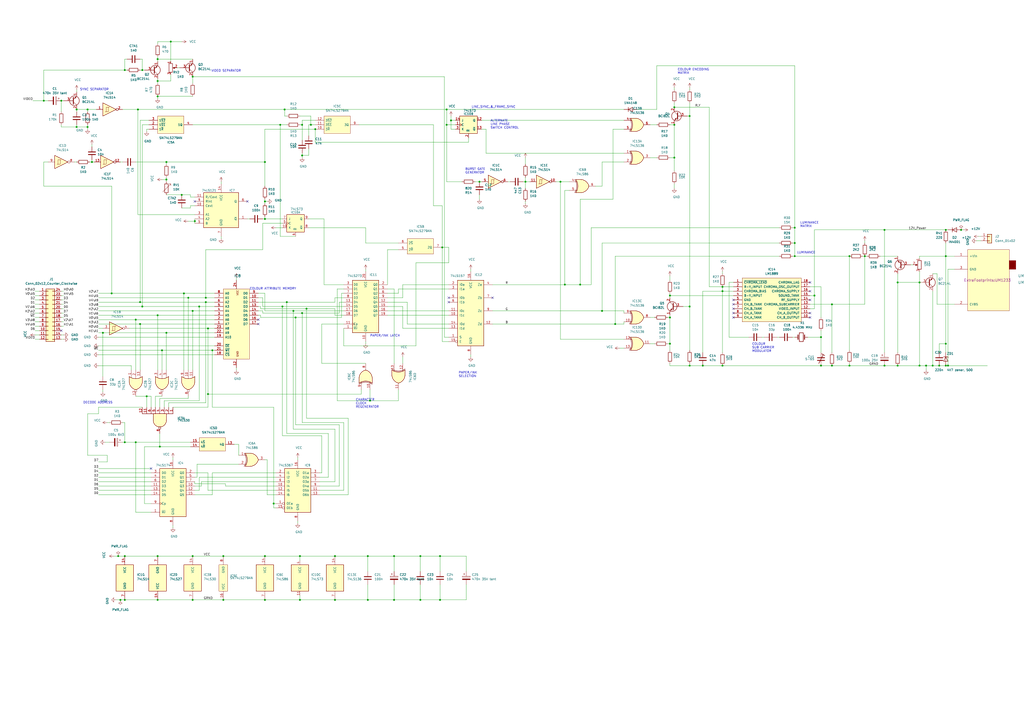
<source format=kicad_sch>
(kicad_sch (version 20211123) (generator eeschema)
  (paper "A2")
  (title_block (title "Colour Ace Board as published in 1984") (date "2020-05-04") (rev "Pre Alpha") (comment 4 "John Bradley"))
  (junction (at 513.08 212.09))
  (junction (at 461.01 148.59))
  (junction (at 96.52 193.04))
  (junction (at 106.68 170.18))
  (junction (at 93.98 203.2))
  (junction (at 407.67 212.09))
  (junction (at 153.67 116.84))
  (junction (at 129.54 322.58))
  (junction (at 461.01 140.97))
  (junction (at 476.25 212.09))
  (junction (at 391.16 72.39))
  (junction (at 476.25 195.58))
  (junction (at 68.58 322.58))
  (junction (at 304.8 105.41))
  (junction (at 194.31 347.98))
  (junction (at 278.13 105.41))
  (junction (at 163.83 177.8))
  (junction (at 400.05 67.31))
  (junction (at 419.1 212.09))
  (junction (at 119.38 175.26))
  (junction (at 72.39 256.54))
  (junction (at 492.76 148.59))
  (junction (at 92.71 259.08))
  (junction (at 180.34 72.39))
  (junction (at 162.56 72.39))
  (junction (at 175.26 90.17))
  (junction (at 388.62 199.39))
  (junction (at 557.53 133.35))
  (junction (at 69.85 347.98))
  (junction (at 255.27 347.98))
  (junction (at 492.76 212.09))
  (junction (at 537.21 212.09))
  (junction (at 391.16 62.23))
  (junction (at 173.99 322.58))
  (junction (at 177.8 179.07))
  (junction (at 44.45 73.66))
  (junction (at 388.62 184.15))
  (junction (at 482.6 176.53))
  (junction (at 129.54 347.98))
  (junction (at 50.8 73.66))
  (junction (at 80.01 63.5))
  (junction (at 228.6 322.58))
  (junction (at 544.83 212.09))
  (junction (at 91.44 34.29))
  (junction (at 520.7 163.83))
  (junction (at 548.64 212.09))
  (junction (at 400.05 212.09))
  (junction (at 115.57 177.8))
  (junction (at 158.75 292.1))
  (junction (at 243.84 347.98))
  (junction (at 214.63 232.41))
  (junction (at 482.6 212.09))
  (junction (at 120.65 228.6))
  (junction (at 213.36 347.98))
  (junction (at 419.1 168.91))
  (junction (at 501.65 148.59))
  (junction (at 325.12 105.41))
  (junction (at 81.28 187.96))
  (junction (at 259.08 72.39))
  (junction (at 119.38 172.72))
  (junction (at 533.4 212.09))
  (junction (at 175.26 72.39))
  (junction (at 261.62 69.85))
  (junction (at 64.77 170.18))
  (junction (at 120.65 190.5))
  (junction (at 548.64 133.35))
  (junction (at 59.69 193.04))
  (junction (at 91.44 55.88))
  (junction (at 173.99 347.98))
  (junction (at 548.64 199.39))
  (junction (at 113.03 128.27))
  (junction (at 461.01 132.08))
  (junction (at 123.19 203.2))
  (junction (at 96.52 93.98))
  (junction (at 165.1 63.5))
  (junction (at 228.6 347.98))
  (junction (at 53.34 93.98))
  (junction (at 111.76 347.98))
  (junction (at 182.88 74.93))
  (junction (at 91.44 322.58))
  (junction (at 520.7 212.09))
  (junction (at 105.41 113.03))
  (junction (at 548.64 148.59))
  (junction (at 81.28 175.26))
  (junction (at 91.44 182.88))
  (junction (at 533.4 163.83))
  (junction (at 44.45 63.5))
  (junction (at 111.76 322.58))
  (junction (at 388.62 171.45))
  (junction (at 153.67 347.98))
  (junction (at 419.1 166.37))
  (junction (at 85.09 229.87))
  (junction (at 243.84 322.58))
  (junction (at 25.4 58.42))
  (junction (at 82.55 40.64))
  (junction (at 78.74 185.42))
  (junction (at 78.74 256.54))
  (junction (at 549.91 212.09))
  (junction (at 111.76 180.34))
  (junction (at 513.08 133.35))
  (junction (at 72.39 322.58))
  (junction (at 91.44 46.99))
  (junction (at 356.87 187.96))
  (junction (at 336.55 165.1))
  (junction (at 541.02 212.09))
  (junction (at 255.27 322.58))
  (junction (at 153.67 322.58))
  (junction (at 327.66 165.1))
  (junction (at 96.52 104.14))
  (junction (at 109.22 172.72))
  (junction (at 175.26 181.61))
  (junction (at 171.45 184.15))
  (junction (at 400.05 177.8))
  (junction (at 35.56 58.42))
  (junction (at 72.39 40.64))
  (junction (at 50.8 63.5))
  (junction (at 213.36 322.58))
  (junction (at 82.55 177.8))
  (junction (at 91.44 347.98))
  (junction (at 259.08 63.5))
  (junction (at 99.06 24.13))
  (junction (at 166.37 175.26))
  (junction (at 256.54 143.51))
  (junction (at 153.67 93.98))
  (junction (at 72.39 347.98))
  (junction (at 194.31 322.58))
  (junction (at 391.16 91.44))
  (junction (at 153.67 127))
  (junction (at 170.18 180.34))
  (junction (at 349.25 180.34))
  (junction (at 111.76 44.45))
  (junction (at 472.44 171.45))
  (no_connect (at 469.9 181.61))
  (no_connect (at 285.75 172.72))
  (no_connect (at 260.35 175.26))
  (no_connect (at 260.35 172.72))
  (no_connect (at 149.86 185.42))
  (no_connect (at 469.9 184.15))
  (no_connect (at 469.9 173.99))
  (no_connect (at 143.51 116.84))
  (no_connect (at 469.9 168.91))
  (no_connect (at 425.45 176.53))
  (no_connect (at 149.86 187.96))
  (no_connect (at 35.56 191.77))
  (no_connect (at 425.45 184.15))
  (no_connect (at 469.9 163.83))
  (no_connect (at 425.45 181.61))
  (no_connect (at 113.03 116.84))
  (no_connect (at 425.45 179.07))
  (no_connect (at 425.45 173.99))
  (no_connect (at 87.63 271.78))
  (wire (pts (xy 124.46 193.04) (xy 96.52 193.04)))
  (wire (pts (xy 187.96 127) (xy 179.07 127)))
  (wire (pts (xy 325.12 105.41) (xy 322.58 105.41)))
  (wire (pts (xy 179.07 72.39) (xy 180.34 72.39)))
  (wire (pts (xy 260.35 152.4) (xy 260.35 143.51)))
  (wire (pts (xy 400.05 52.07) (xy 400.05 50.8)))
  (wire (pts (xy 25.4 58.42) (xy 27.94 58.42)))
  (wire (pts (xy 111.76 322.58) (xy 129.54 322.58)))
  (wire (pts (xy 407.67 168.91) (xy 407.67 204.47)))
  (wire (pts (xy 91.44 55.88) (xy 91.44 57.15)))
  (wire (pts (xy 44.45 72.39) (xy 44.45 73.66)))
  (wire (pts (xy 87.63 229.87) (xy 87.63 236.22)))
  (wire (pts (xy 87.63 284.48) (xy 57.15 284.48)))
  (wire (pts (xy 281.94 74.93) (xy 281.94 88.9)))
  (wire (pts (xy 71.12 63.5) (xy 80.01 63.5)))
  (wire (pts (xy 91.44 33.02) (xy 91.44 34.29)))
  (wire (pts (xy 537.21 212.09) (xy 537.21 214.63)))
  (wire (pts (xy 113.03 284.48) (xy 115.57 284.48)))
  (wire (pts (xy 35.56 168.91) (xy 36.83 168.91)))
  (wire (pts (xy 180.34 72.39) (xy 180.34 67.31)))
  (wire (pts (xy 391.16 91.44) (xy 391.16 99.06)))
  (wire (pts (xy 19.05 58.42) (xy 25.4 58.42)))
  (wire (pts (xy 361.95 201.93) (xy 359.41 201.93)))
  (wire (pts (xy 190.5 276.86) (xy 190.5 251.46)))
  (wire (pts (xy 152.4 172.72) (xy 152.4 177.8)))
  (wire (pts (xy 124.46 177.8) (xy 115.57 177.8)))
  (wire (pts (xy 273.05 157.48) (xy 273.05 156.21)))
  (wire (pts (xy 243.84 339.09) (xy 243.84 347.98)))
  (wire (pts (xy 87.63 276.86) (xy 57.15 276.86)))
  (wire (pts (xy 69.85 347.98) (xy 67.31 347.98)))
  (wire (pts (xy 83.82 259.08) (xy 92.71 259.08)))
  (wire (pts (xy 137.16 213.36) (xy 137.16 214.63)))
  (wire (pts (xy 86.36 69.85) (xy 81.28 69.85)))
  (wire (pts (xy 91.44 24.13) (xy 99.06 24.13)))
  (wire (pts (xy 119.38 175.26) (xy 119.38 233.68)))
  (wire (pts (xy 113.03 127) (xy 113.03 128.27)))
  (wire (pts (xy 158.75 292.1) (xy 158.75 294.64)))
  (wire (pts (xy 160.02 292.1) (xy 158.75 292.1)))
  (wire (pts (xy 361.95 187.96) (xy 361.95 186.69)))
  (wire (pts (xy 80.01 63.5) (xy 80.01 124.46)))
  (wire (pts (xy 113.03 280.67) (xy 130.81 280.67)))
  (wire (pts (xy 213.36 322.58) (xy 228.6 322.58)))
  (wire (pts (xy 93.98 214.63) (xy 93.98 203.2)))
  (wire (pts (xy 62.23 267.97) (xy 57.15 267.97)))
  (wire (pts (xy 130.81 280.67) (xy 130.81 281.94)))
  (wire (pts (xy 452.12 132.08) (xy 342.9 132.08)))
  (wire (pts (xy 35.56 72.39) (xy 35.56 73.66)))
  (wire (pts (xy 111.76 55.88) (xy 91.44 55.88)))
  (wire (pts (xy 233.68 177.8) (xy 233.68 190.5)))
  (wire (pts (xy 57.15 180.34) (xy 111.76 180.34)))
  (wire (pts (xy 224.79 170.18) (xy 231.14 170.18)))
  (wire (pts (xy 548.64 148.59) (xy 553.72 148.59)))
  (wire (pts (xy 419.1 168.91) (xy 419.1 166.37)))
  (wire (pts (xy 194.31 175.26) (xy 194.31 172.72)))
  (wire (pts (xy 194.31 179.07) (xy 194.31 182.88)))
  (wire (pts (xy 355.6 74.93) (xy 355.6 115.57)))
  (wire (pts (xy 129.54 322.58) (xy 153.67 322.58)))
  (wire (pts (xy 163.83 177.8) (xy 199.39 177.8)))
  (wire (pts (xy 544.83 204.47) (xy 544.83 199.39)))
  (wire (pts (xy 255.27 339.09) (xy 255.27 347.98)))
  (wire (pts (xy 173.99 325.12) (xy 173.99 322.58)))
  (wire (pts (xy 212.09 132.08) (xy 179.07 132.08)))
  (wire (pts (xy 422.91 163.83) (xy 422.91 195.58)))
  (wire (pts (xy 35.56 184.15) (xy 36.83 184.15)))
  (wire (pts (xy 388.62 72.39) (xy 391.16 72.39)))
  (wire (pts (xy 173.99 347.98) (xy 194.31 347.98)))
  (wire (pts (xy 279.4 69.85) (xy 361.95 69.85)))
  (wire (pts (xy 91.44 48.26) (xy 91.44 46.99)))
  (wire (pts (xy 261.62 69.85) (xy 261.62 74.93)))
  (wire (pts (xy 57.15 236.22) (xy 57.15 240.03)))
  (wire (pts (xy 327.66 110.49) (xy 330.2 110.49)))
  (wire (pts (xy 548.64 133.35) (xy 549.91 133.35)))
  (wire (pts (xy 86.36 72.39) (xy 82.55 72.39)))
  (wire (pts (xy 52.07 93.98) (xy 53.34 93.98)))
  (wire (pts (xy 459.74 148.59) (xy 461.01 148.59)))
  (wire (pts (xy 163.83 252.73) (xy 163.83 177.8)))
  (wire (pts (xy 273.05 205.74) (xy 273.05 207.01)))
  (wire (pts (xy 568.96 139.7) (xy 566.42 139.7)))
  (wire (pts (xy 87.63 279.4) (xy 57.15 279.4)))
  (wire (pts (xy 198.12 184.15) (xy 198.12 170.18)))
  (wire (pts (xy 501.65 140.97) (xy 501.65 139.7)))
  (wire (pts (xy 461.01 132.08) (xy 461.01 140.97)))
  (wire (pts (xy 149.86 177.8) (xy 151.13 177.8)))
  (wire (pts (xy 22.86 179.07) (xy 20.32 179.07)))
  (wire (pts (xy 72.39 347.98) (xy 91.44 347.98)))
  (wire (pts (xy 391.16 52.07) (xy 391.16 50.8)))
  (wire (pts (xy 212.09 157.48) (xy 212.09 156.21)))
  (wire (pts (xy 533.4 163.83) (xy 533.4 212.09)))
  (wire (pts (xy 175.26 90.17) (xy 175.26 88.9)))
  (wire (pts (xy 243.84 322.58) (xy 255.27 322.58)))
  (wire (pts (xy 233.68 165.1) (xy 260.35 165.1)))
  (wire (pts (xy 111.76 44.45) (xy 257.81 44.45)))
  (wire (pts (xy 87.63 297.18) (xy 78.74 297.18)))
  (wire (pts (xy 492.76 148.59) (xy 492.76 203.2)))
  (wire (pts (xy 185.42 279.4) (xy 194.31 279.4)))
  (wire (pts (xy 97.79 233.68) (xy 97.79 236.22)))
  (wire (pts (xy 35.56 181.61) (xy 36.83 181.61)))
  (wire (pts (xy 472.44 171.45) (xy 469.9 171.45)))
  (wire (pts (xy 91.44 45.72) (xy 91.44 46.99)))
  (wire (pts (xy 153.67 93.98) (xy 153.67 74.93)))
  (wire (pts (xy 175.26 72.39) (xy 175.26 81.28)))
  (wire (pts (xy 201.93 242.57) (xy 177.8 242.57)))
  (wire (pts (xy 387.35 184.15) (xy 388.62 184.15)))
  (wire (pts (xy 143.51 127) (xy 144.78 127)))
  (wire (pts (xy 361.95 74.93) (xy 355.6 74.93)))
  (wire (pts (xy 78.74 185.42) (xy 57.15 185.42)))
  (wire (pts (xy 537.21 212.09) (xy 541.02 212.09)))
  (wire (pts (xy 256.54 119.38) (xy 256.54 143.51)))
  (wire (pts (xy 35.56 179.07) (xy 36.83 179.07)))
  (wire (pts (xy 501.65 176.53) (xy 501.65 148.59)))
  (wire (pts (xy 345.44 107.95) (xy 349.25 107.95)))
  (wire (pts (xy 461.01 38.1) (xy 461.01 132.08)))
  (wire (pts (xy 388.62 212.09) (xy 400.05 212.09)))
  (wire (pts (xy 85.09 229.87) (xy 85.09 236.22)))
  (wire (pts (xy 124.46 205.74) (xy 57.15 205.74)))
  (wire (pts (xy 425.45 166.37) (xy 419.1 166.37)))
  (wire (pts (xy 151.13 179.07) (xy 177.8 179.07)))
  (wire (pts (xy 92.71 231.14) (xy 92.71 236.22)))
  (wire (pts (xy 57.15 177.8) (xy 82.55 177.8)))
  (wire (pts (xy 400.05 177.8) (xy 400.05 203.2)))
  (wire (pts (xy 93.98 104.14) (xy 96.52 104.14)))
  (wire (pts (xy 388.62 171.45) (xy 388.62 170.18)))
  (wire (pts (xy 259.08 105.41) (xy 267.97 105.41)))
  (wire (pts (xy 72.39 256.54) (xy 71.12 256.54)))
  (wire (pts (xy 177.8 242.57) (xy 177.8 179.07)))
  (wire (pts (xy 153.67 107.95) (xy 153.67 93.98)))
  (wire (pts (xy 64.77 107.95) (xy 25.4 107.95)))
  (wire (pts (xy 119.38 233.68) (xy 97.79 233.68)))
  (wire (pts (xy 96.52 193.04) (xy 59.69 193.04)))
  (wire (pts (xy 304.8 118.11) (xy 304.8 116.84)))
  (wire (pts (xy 476.25 195.58) (xy 476.25 204.47)))
  (wire (pts (xy 259.08 72.39) (xy 259.08 63.5)))
  (wire (pts (xy 160.02 274.32) (xy 123.19 274.32)))
  (wire (pts (xy 128.27 106.68) (xy 128.27 105.41)))
  (wire (pts (xy 255.27 347.98) (xy 270.51 347.98)))
  (wire (pts (xy 186.69 187.96) (xy 199.39 187.96)))
  (wire (pts (xy 96.52 95.25) (xy 96.52 93.98)))
  (wire (pts (xy 149.86 170.18) (xy 153.67 170.18)))
  (wire (pts (xy 78.74 297.18) (xy 78.74 256.54)))
  (wire (pts (xy 182.88 82.55) (xy 271.78 82.55)))
  (wire (pts (xy 172.72 266.7) (xy 172.72 265.43)))
  (wire (pts (xy 441.96 195.58) (xy 443.23 195.58)))
  (wire (pts (xy 81.28 187.96) (xy 57.15 187.96)))
  (wire (pts (xy 22.86 186.69) (xy 20.32 186.69)))
  (wire (pts (xy 81.28 34.29) (xy 82.55 34.29)))
  (wire (pts (xy 182.88 72.39) (xy 180.34 72.39)))
  (wire (pts (xy 264.16 72.39) (xy 259.08 72.39)))
  (wire (pts (xy 170.18 180.34) (xy 199.39 180.34)))
  (wire (pts (xy 72.39 34.29) (xy 72.39 40.64)))
  (wire (pts (xy 113.03 119.38) (xy 110.49 119.38)))
  (wire (pts (xy 400.05 212.09) (xy 400.05 210.82)))
  (wire (pts (xy 109.22 128.27) (xy 113.03 128.27)))
  (wire (pts (xy 513.08 212.09) (xy 520.7 212.09)))
  (wire (pts (xy 387.35 199.39) (xy 388.62 199.39)))
  (wire (pts (xy 124.46 187.96) (xy 81.28 187.96)))
  (wire (pts (xy 256.54 198.12) (xy 260.35 198.12)))
  (wire (pts (xy 419.1 166.37) (xy 411.48 166.37)))
  (wire (pts (xy 327.66 165.1) (xy 336.55 165.1)))
  (wire (pts (xy 116.84 281.94) (xy 116.84 279.4)))
  (wire (pts (xy 149.86 182.88) (xy 151.13 182.88)))
  (wire (pts (xy 109.22 229.87) (xy 109.22 231.14)))
  (wire (pts (xy 173.99 67.31) (xy 180.34 67.31)))
  (wire (pts (xy 233.68 190.5) (xy 260.35 190.5)))
  (wire (pts (xy 152.4 181.61) (xy 175.26 181.61)))
  (wire (pts (xy 35.56 176.53) (xy 36.83 176.53)))
  (wire (pts (xy 76.2 212.09) (xy 57.15 212.09)))
  (wire (pts (xy 152.4 180.34) (xy 152.4 181.61)))
  (wire (pts (xy 459.74 140.97) (xy 461.01 140.97)))
  (wire (pts (xy 260.35 195.58) (xy 257.81 195.58)))
  (wire (pts (xy 182.88 69.85) (xy 175.26 69.85)))
  (wire (pts (xy 278.13 105.41) (xy 279.4 105.41)))
  (wire (pts (xy 44.45 63.5) (xy 50.8 63.5)))
  (wire (pts (xy 407.67 212.09) (xy 419.1 212.09)))
  (wire (pts (xy 342.9 132.08) (xy 342.9 165.1)))
  (wire (pts (xy 149.86 180.34) (xy 152.4 180.34)))
  (wire (pts (xy 90.17 229.87) (xy 90.17 236.22)))
  (wire (pts (xy 123.19 203.2) (xy 93.98 203.2)))
  (wire (pts (xy 96.52 214.63) (xy 96.52 193.04)))
  (wire (pts (xy 425.45 168.91) (xy 419.1 168.91)))
  (wire (pts (xy 243.84 331.47) (xy 243.84 322.58)))
  (wire (pts (xy 87.63 287.02) (xy 57.15 287.02)))
  (wire (pts (xy 199.39 245.11) (xy 175.26 245.11)))
  (wire (pts (xy 119.38 175.26) (xy 81.28 175.26)))
  (wire (pts (xy 199.39 167.64) (xy 195.58 167.64)))
  (wire (pts (xy 356.87 187.96) (xy 361.95 187.96)))
  (wire (pts (xy 228.6 167.64) (xy 228.6 210.82)))
  (wire (pts (xy 349.25 93.98) (xy 349.25 107.95)))
  (wire (pts (xy 171.45 246.38) (xy 171.45 184.15)))
  (wire (pts (xy 149.86 172.72) (xy 152.4 172.72)))
  (wire (pts (xy 377.19 199.39) (xy 379.73 199.39)))
  (wire (pts (xy 171.45 137.16) (xy 162.56 137.16)))
  (wire (pts (xy 91.44 347.98) (xy 111.76 347.98)))
  (wire (pts (xy 398.78 67.31) (xy 400.05 67.31)))
  (wire (pts (xy 270.51 339.09) (xy 270.51 347.98)))
  (wire (pts (xy 303.53 105.41) (xy 304.8 105.41)))
  (wire (pts (xy 224.79 175.26) (xy 236.22 175.26)))
  (wire (pts (xy 214.63 226.06) (xy 214.63 232.41)))
  (wire (pts (xy 285.75 180.34) (xy 349.25 180.34)))
  (wire (pts (xy 165.1 63.5) (xy 259.08 63.5)))
  (wire (pts (xy 22.86 173.99) (xy 20.32 173.99)))
  (wire (pts (xy 82.55 72.39) (xy 82.55 177.8)))
  (wire (pts (xy 391.16 72.39) (xy 391.16 91.44)))
  (wire (pts (xy 115.57 232.41) (xy 95.25 232.41)))
  (wire (pts (xy 59.69 226.06) (xy 59.69 227.33)))
  (wire (pts (xy 304.8 105.41) (xy 304.8 102.87)))
  (wire (pts (xy 154.94 287.02) (xy 154.94 266.7)))
  (wire (pts (xy 124.46 175.26) (xy 119.38 175.26)))
  (wire (pts (xy 349.25 180.34) (xy 361.95 180.34)))
  (wire (pts (xy 224.79 144.78) (xy 231.14 144.78)))
  (wire (pts (xy 533.4 212.09) (xy 537.21 212.09)))
  (wire (pts (xy 175.26 181.61) (xy 196.85 181.61)))
  (wire (pts (xy 35.56 196.85) (xy 36.83 196.85)))
  (wire (pts (xy 22.86 168.91) (xy 20.32 168.91)))
  (wire (pts (xy 153.67 118.11) (xy 153.67 116.84)))
  (wire (pts (xy 119.38 144.78) (xy 119.38 172.72)))
  (wire (pts (xy 81.28 214.63) (xy 81.28 187.96)))
  (wire (pts (xy 53.34 93.98) (xy 53.34 92.71)))
  (wire (pts (xy 336.55 115.57) (xy 336.55 165.1)))
  (wire (pts (xy 482.6 176.53) (xy 482.6 204.47)))
  (wire (pts (xy 568.96 137.16) (xy 567.69 137.16)))
  (wire (pts (xy 541.02 168.91) (xy 541.02 212.09)))
  (wire (pts (xy 110.49 120.65) (xy 105.41 120.65)))
  (wire (pts (xy 251.46 72.39) (xy 251.46 119.38)))
  (wire (pts (xy 120.65 190.5) (xy 120.65 228.6)))
  (wire (pts (xy 114.3 269.24) (xy 138.43 269.24)))
  (wire (pts (xy 166.37 175.26) (xy 194.31 175.26)))
  (wire (pts (xy 548.64 199.39) (xy 548.64 204.47)))
  (wire (pts (xy 100.33 236.22) (xy 120.65 236.22)))
  (wire (pts (xy 194.31 322.58) (xy 213.36 322.58)))
  (wire (pts (xy 179.07 90.17) (xy 175.26 90.17)))
  (wire (pts (xy 261.62 67.31) (xy 261.62 69.85)))
  (wire (pts (xy 388.62 184.15) (xy 388.62 182.88)))
  (wire (pts (xy 66.04 322.58) (xy 68.58 322.58)))
  (wire (pts (xy 158.75 294.64) (xy 160.02 294.64)))
  (wire (pts (xy 173.99 72.39) (xy 175.26 72.39)))
  (wire (pts (xy 549.91 156.21) (xy 549.91 212.09)))
  (wire (pts (xy 548.64 148.59) (xy 548.64 199.39)))
  (wire (pts (xy 22.86 184.15) (xy 20.32 184.15)))
  (wire (pts (xy 228.6 347.98) (xy 243.84 347.98)))
  (wire (pts (xy 91.44 25.4) (xy 91.44 24.13)))
  (wire (pts (xy 83.82 292.1) (xy 83.82 259.08)))
  (wire (pts (xy 214.63 232.41) (xy 231.14 232.41)))
  (wire (pts (xy 450.85 195.58) (xy 452.12 195.58)))
  (wire (pts (xy 53.34 93.98) (xy 54.61 93.98)))
  (wire (pts (xy 137.16 162.56) (xy 137.16 161.29)))
  (wire (pts (xy 110.49 114.3) (xy 110.49 113.03)))
  (wire (pts (xy 231.14 170.18) (xy 231.14 167.64)))
  (wire (pts (xy 469.9 179.07) (xy 472.44 179.07)))
  (wire (pts (xy 469.9 176.53) (xy 482.6 176.53)))
  (wire (pts (xy 264.16 74.93) (xy 261.62 74.93)))
  (wire (pts (xy 72.39 256.54) (xy 72.39 245.11)))
  (wire (pts (xy 162.56 72.39) (xy 162.56 137.16)))
  (wire (pts (xy 72.39 245.11) (xy 71.12 245.11)))
  (wire (pts (xy 20.32 194.31) (xy 22.86 194.31)))
  (wire (pts (xy 149.86 175.26) (xy 166.37 175.26)))
  (wire (pts (xy 231.14 140.97) (xy 212.09 140.97)))
  (wire (pts (xy 520.7 163.83) (xy 520.7 204.47)))
  (wire (pts (xy 35.56 58.42) (xy 36.83 58.42)))
  (wire (pts (xy 411.48 166.37) (xy 411.48 62.23)))
  (wire (pts (xy 186.69 274.32) (xy 186.69 252.73)))
  (wire (pts (xy 124.46 200.66) (xy 57.15 200.66)))
  (wire (pts (xy 361.95 181.61) (xy 361.95 180.34)))
  (wire (pts (xy 419.1 158.75) (xy 419.1 157.48)))
  (wire (pts (xy 419.1 168.91) (xy 407.67 168.91)))
  (wire (pts (xy 233.68 172.72) (xy 233.68 165.1)))
  (wire (pts (xy 304.8 109.22) (xy 304.8 105.41)))
  (wire (pts (xy 199.39 190.5) (xy 199.39 200.66)))
  (wire (pts (xy 173.99 345.44) (xy 173.99 347.98)))
  (wire (pts (xy 194.31 182.88) (xy 199.39 182.88)))
  (wire (pts (xy 99.06 46.99) (xy 91.44 46.99)))
  (wire (pts (xy 99.06 43.18) (xy 99.06 46.99)))
  (wire (pts (xy 182.88 74.93) (xy 182.88 82.55)))
  (wire (pts (xy 25.4 40.64) (xy 25.4 58.42)))
  (wire (pts (xy 170.18 248.92) (xy 170.18 180.34)))
  (wire (pts (xy 294.64 105.41) (xy 295.91 105.41)))
  (wire (pts (xy 72.39 40.64) (xy 73.66 40.64)))
  (wire (pts (xy 68.58 322.58) (xy 72.39 322.58)))
  (wire (pts (xy 241.3 152.4) (xy 241.3 200.66)))
  (wire (pts (xy 64.77 170.18) (xy 57.15 170.18)))
  (wire (pts (xy 533.4 148.59) (xy 548.64 148.59)))
  (wire (pts (xy 194.31 347.98) (xy 213.36 347.98)))
  (wire (pts (xy 213.36 347.98) (xy 228.6 347.98)))
  (wire (pts (xy 82.55 40.64) (xy 83.82 40.64)))
  (wire (pts (xy 201.93 287.02) (xy 201.93 242.57)))
  (wire (pts (xy 106.68 214.63) (xy 106.68 170.18)))
  (wire (pts (xy 213.36 331.47) (xy 213.36 322.58)))
  (wire (pts (xy 59.69 190.5) (xy 57.15 190.5)))
  (wire (pts (xy 285.75 187.96) (xy 356.87 187.96)))
  (wire (pts (xy 179.07 78.74) (xy 179.07 72.39)))
  (wire (pts (xy 166.37 251.46) (xy 166.37 175.26)))
  (wire (pts (xy 80.01 124.46) (xy 113.03 124.46)))
  (wire (pts (xy 260.35 143.51) (xy 256.54 143.51)))
  (wire (pts (xy 185.42 284.48) (xy 199.39 284.48)))
  (wire (pts (xy 541.02 212.09) (xy 544.83 212.09)))
  (wire (pts (xy 228.6 322.58) (xy 243.84 322.58)))
  (wire (pts (xy 361.95 93.98) (xy 349.25 93.98)))
  (wire (pts (xy 476.25 166.37) (xy 476.25 184.15)))
  (wire (pts (xy 96.52 113.03) (xy 105.41 113.03)))
  (wire (pts (xy 120.65 190.5) (xy 74.93 190.5)))
  (wire (pts (xy 196.85 181.61) (xy 196.85 175.26)))
  (wire (pts (xy 513.08 133.35) (xy 548.64 133.35)))
  (wire (pts (xy 120.65 284.48) (xy 160.02 284.48)))
  (wire (pts (xy 92.71 259.08) (xy 92.71 251.46)))
  (wire (pts (xy 501.65 148.59) (xy 502.92 148.59)))
  (wire (pts (xy 327.66 165.1) (xy 327.66 110.49)))
  (wire (pts (xy 80.01 63.5) (xy 165.1 63.5)))
  (wire (pts (xy 175.26 90.17) (xy 175.26 91.44)))
  (wire (pts (xy 492.76 210.82) (xy 492.76 212.09)))
  (wire (pts (xy 419.1 212.09) (xy 476.25 212.09)))
  (wire (pts (xy 190.5 251.46) (xy 166.37 251.46)))
  (wire (pts (xy 44.45 53.34) (xy 44.45 52.07)))
  (wire (pts (xy 165.1 67.31) (xy 165.1 63.5)))
  (wire (pts (xy 270.51 322.58) (xy 270.51 331.47)))
  (wire (pts (xy 224.79 172.72) (xy 233.68 172.72)))
  (wire (pts (xy 109.22 214.63) (xy 109.22 172.72)))
  (wire (pts (xy 543.56 158.75) (xy 541.02 158.75)))
  (wire (pts (xy 185.42 276.86) (xy 190.5 276.86)))
  (wire (pts (xy 472.44 133.35) (xy 513.08 133.35)))
  (wire (pts (xy 533.4 149.86) (xy 533.4 148.59)))
  (wire (pts (xy 59.69 193.04) (xy 59.69 218.44)))
  (wire (pts (xy 224.79 167.64) (xy 228.6 167.64)))
  (wire (pts (xy 78.74 256.54) (xy 110.49 256.54)))
  (wire (pts (xy 476.25 212.09) (xy 482.6 212.09)))
  (wire (pts (xy 50.8 73.66) (xy 50.8 74.93)))
  (wire (pts (xy 82.55 34.29) (xy 82.55 40.64)))
  (wire (pts (xy 236.22 187.96) (xy 260.35 187.96)))
  (wire (pts (xy 224.79 165.1) (xy 224.79 144.78)))
  (wire (pts (xy 82.55 177.8) (xy 115.57 177.8)))
  (wire (pts (xy 124.46 170.18) (xy 106.68 170.18)))
  (wire (pts (xy 44.45 63.5) (xy 44.45 64.77)))
  (wire (pts (xy 264.16 69.85) (xy 261.62 69.85)))
  (wire (pts (xy 76.2 214.63) (xy 76.2 212.09)))
  (wire (pts (xy 520.7 158.75) (xy 520.7 163.83)))
  (wire (pts (xy 72.39 322.58) (xy 91.44 322.58)))
  (wire (pts (xy 87.63 292.1) (xy 83.82 292.1)))
  (wire (pts (xy 196.85 246.38) (xy 196.85 281.94)))
  (wire (pts (xy 22.86 181.61) (xy 20.32 181.61)))
  (wire (pts (xy 349.25 140.97) (xy 349.25 180.34)))
  (wire (pts (xy 20.32 196.85) (xy 22.86 196.85)))
  (wire (pts (xy 241.3 152.4) (xy 260.35 152.4)))
  (wire (pts (xy 388.62 172.72) (xy 388.62 171.45)))
  (wire (pts (xy 336.55 165.1) (xy 342.9 165.1)))
  (wire (pts (xy 123.19 274.32) (xy 123.19 287.02)))
  (wire (pts (xy 543.56 176.53) (xy 553.72 176.53)))
  (wire (pts (xy 528.32 153.67) (xy 529.59 153.67)))
  (wire (pts (xy 81.28 175.26) (xy 57.15 175.26)))
  (wire (pts (xy 81.28 69.85) (xy 81.28 175.26)))
  (wire (pts (xy 25.4 40.64) (xy 72.39 40.64)))
  (wire (pts (xy 109.22 231.14) (xy 92.71 231.14)))
  (wire (pts (xy 400.05 212.09) (xy 407.67 212.09)))
  (wire (pts (xy 158.75 236.22) (xy 158.75 292.1)))
  (wire (pts (xy 388.62 91.44) (xy 391.16 91.44)))
  (wire (pts (xy 53.34 85.09) (xy 53.34 83.82)))
  (wire (pts (xy 120.65 274.32) (xy 120.65 284.48)))
  (wire (pts (xy 35.56 189.23) (xy 36.83 189.23)))
  (wire (pts (xy 173.99 322.58) (xy 194.31 322.58)))
  (wire (pts (xy 120.65 228.6) (xy 120.65 236.22)))
  (wire (pts (xy 330.2 105.41) (xy 325.12 105.41)))
  (wire (pts (xy 179.07 86.36) (xy 179.07 90.17)))
  (wire (pts (xy 231.14 232.41) (xy 231.14 226.06)))
  (wire (pts (xy 259.08 63.5) (xy 361.95 63.5)))
  (wire (pts (xy 388.62 162.56) (xy 388.62 160.02)))
  (wire (pts (xy 63.5 256.54) (xy 60.96 256.54)))
  (wire (pts (xy 87.63 274.32) (xy 57.15 274.32)))
  (wire (pts (xy 93.98 203.2) (xy 57.15 203.2)))
  (wire (pts (xy 138.43 264.16) (xy 138.43 257.81)))
  (wire (pts (xy 22.86 191.77) (xy 20.32 191.77)))
  (wire (pts (xy 388.62 203.2) (xy 388.62 199.39)))
  (wire (pts (xy 138.43 257.81) (xy 135.89 257.81)))
  (wire (pts (xy 160.02 287.02) (xy 154.94 287.02)))
  (wire (pts (xy 115.57 276.86) (xy 160.02 276.86)))
  (wire (pts (xy 111.76 214.63) (xy 111.76 180.34)))
  (wire (pts (xy 381 63.5) (xy 381 38.1)))
  (wire (pts (xy 355.6 115.57) (xy 336.55 115.57)))
  (wire (pts (xy 271.78 82.55) (xy 271.78 80.01)))
  (wire (pts (xy 100.33 306.07) (xy 100.33 304.8)))
  (wire (pts (xy 224.79 182.88) (xy 260.35 182.88)))
  (wire (pts (xy 185.42 274.32) (xy 186.69 274.32)))
  (wire (pts (xy 549.91 212.09) (xy 572.77 212.09)))
  (wire (pts (xy 73.66 34.29) (xy 72.39 34.29)))
  (wire (pts (xy 388.62 210.82) (xy 388.62 212.09)))
  (wire (pts (xy 257.81 195.58) (xy 257.81 44.45)))
  (wire (pts (xy 304.8 91.44) (xy 304.8 95.25)))
  (wire (pts (xy 510.54 148.59) (xy 520.7 148.59)))
  (wire (pts (xy 452.12 140.97) (xy 349.25 140.97)))
  (wire (pts (xy 281.94 88.9) (xy 361.95 88.9)))
  (wire (pts (xy 259.08 72.39) (xy 259.08 105.41)))
  (wire (pts (xy 35.56 171.45) (xy 36.83 171.45)))
  (wire (pts (xy 304.8 105.41) (xy 307.34 105.41)))
  (wire (pts (xy 110.49 113.03) (xy 105.41 113.03)))
  (wire (pts (xy 243.84 347.98) (xy 255.27 347.98)))
  (wire (pts (xy 212.09 198.12) (xy 212.09 199.39)))
  (wire (pts (xy 195.58 232.41) (xy 214.63 232.41)))
  (wire (pts (xy 22.86 189.23) (xy 20.32 189.23)))
  (wire (pts (xy 224.79 180.34) (xy 260.35 180.34)))
  (wire (pts (xy 102.87 39.37) (xy 104.14 39.37)))
  (wire (pts (xy 233.68 210.82) (xy 233.68 207.01)))
  (wire (pts (xy 119.38 172.72) (xy 124.46 172.72)))
  (wire (pts (xy 78.74 93.98) (xy 96.52 93.98)))
  (wire (pts (xy 91.44 34.29) (xy 111.76 34.29)))
  (wire (pts (xy 186.69 210.82) (xy 186.69 187.96)))
  (wire (pts (xy 124.46 195.58) (xy 57.15 195.58)))
  (wire (pts (xy 162.56 72.39) (xy 111.76 72.39)))
  (wire (pts (xy 199.39 245.11) (xy 199.39 284.48)))
  (wire (pts (xy 285.75 165.1) (xy 327.66 165.1)))
  (wire (pts (xy 153.67 347.98) (xy 173.99 347.98)))
  (wire (pts (xy 120.65 228.6) (xy 209.55 228.6)))
  (wire (pts (xy 492.76 212.09) (xy 513.08 212.09)))
  (wire (pts (xy 113.03 276.86) (xy 114.3 276.86)))
  (wire (pts (xy 153.67 116.84) (xy 153.67 115.57)))
  (wire (pts (xy 469.9 166.37) (xy 476.25 166.37)))
  (wire (pts (xy 85.09 229.87) (xy 87.63 229.87)))
  (wire (pts (xy 124.46 203.2) (xy 123.19 203.2)))
  (wire (pts (xy 377.19 91.44) (xy 381 91.44)))
  (wire (pts (xy 275.59 105.41) (xy 278.13 105.41)))
  (wire (pts (xy 91.44 182.88) (xy 124.46 182.88)))
  (wire (pts (xy 209.55 228.6) (xy 209.55 226.06)))
  (wire (pts (xy 22.86 176.53) (xy 20.32 176.53)))
  (wire (pts (xy 472.44 179.07) (xy 472.44 171.45)))
  (wire (pts (xy 472.44 133.35) (xy 472.44 171.45)))
  (wire (pts (xy 113.03 281.94) (xy 116.84 281.94)))
  (wire (pts (xy 388.62 199.39) (xy 388.62 184.15)))
  (wire (pts (xy 278.13 115.57) (xy 278.13 113.03)))
  (wire (pts (xy 459.74 195.58) (xy 461.01 195.58)))
  (wire (pts (xy 195.58 167.64) (xy 195.58 232.41)))
  (wire (pts (xy 212.09 140.97) (xy 212.09 132.08)))
  (wire (pts (xy 96.52 102.87) (xy 96.52 104.14)))
  (wire (pts (xy 35.56 194.31) (xy 36.83 194.31)))
  (wire (pts (xy 198.12 170.18) (xy 199.39 170.18)))
  (wire (pts (xy 100.33 266.7) (xy 100.33 265.43)))
  (wire (pts (xy 468.63 195.58) (xy 476.25 195.58)))
  (wire (pts (xy 129.54 347.98) (xy 153.67 347.98)))
  (wire (pts (xy 111.76 48.26) (xy 111.76 44.45)))
  (wire (pts (xy 153.67 127) (xy 163.83 127)))
  (wire (pts (xy 152.4 144.78) (xy 119.38 144.78)))
  (wire (pts (xy 185.42 287.02) (xy 201.93 287.02)))
  (wire (pts (xy 461.01 140.97) (xy 461.01 148.59)))
  (wire (pts (xy 212.09 210.82) (xy 186.69 210.82)))
  (wire (pts (xy 231.14 167.64) (xy 260.35 167.64)))
  (wire (pts (xy 185.42 281.94) (xy 196.85 281.94)))
  (wire (pts (xy 91.44 214.63) (xy 91.44 182.88)))
  (wire (pts (xy 86.36 74.93) (xy 85.09 74.93)))
  (wire (pts (xy 44.45 73.66) (xy 50.8 73.66)))
  (wire (pts (xy 513.08 133.35) (xy 513.08 204.47)))
  (wire (pts (xy 120.65 190.5) (xy 124.46 190.5)))
  (wire (pts (xy 113.03 274.32) (xy 120.65 274.32)))
  (wire (pts (xy 369.57 63.5) (xy 381 63.5)))
  (wire (pts (xy 106.68 170.18) (xy 64.77 170.18)))
  (wire (pts (xy 482.6 176.53) (xy 501.65 176.53)))
  (wire (pts (xy 391.16 106.68) (xy 391.16 109.22)))
  (wire (pts (xy 25.4 107.95) (xy 25.4 93.98)))
  (wire (pts (xy 425.45 163.83) (xy 422.91 163.83)))
  (wire (pts (xy 153.67 74.93) (xy 182.88 74.93)))
  (wire (pts (xy 400.05 67.31) (xy 400.05 59.69)))
  (wire (pts (xy 461.01 148.59) (xy 492.76 148.59)))
  (wire (pts (xy 152.4 177.8) (xy 163.83 177.8)))
  (wire (pts (xy 196.85 175.26) (xy 199.39 175.26)))
  (wire (pts (xy 171.45 184.15) (xy 198.12 184.15)))
  (wire (pts (xy 119.38 172.72) (xy 109.22 172.72)))
  (wire (pts (xy 114.3 276.86) (xy 114.3 269.24)))
  (wire (pts (xy 124.46 185.42) (xy 78.74 185.42)))
  (wire (pts (xy 87.63 271.78) (xy 57.15 271.78)))
  (wire (pts (xy 128.27 137.16) (xy 128.27 138.43)))
  (wire (pts (xy 111.76 347.98) (xy 129.54 347.98)))
  (wire (pts (xy 236.22 175.26) (xy 236.22 187.96)))
  (wire (pts (xy 151.13 182.88) (xy 151.13 184.15)))
  (wire (pts (xy 154.94 266.7) (xy 153.67 266.7)))
  (wire (pts (xy 35.56 173.99) (xy 36.83 173.99)))
  (wire (pts (xy 228.6 339.09) (xy 228.6 347.98)))
  (wire (pts (xy 419.1 168.91) (xy 419.1 204.47)))
  (wire (pts (xy 123.19 236.22) (xy 123.19 203.2)))
  (wire (pts (xy 377.19 184.15) (xy 379.73 184.15)))
  (wire (pts (xy 113.03 128.27) (xy 113.03 129.54)))
  (wire (pts (xy 78.74 256.54) (xy 72.39 256.54)))
  (wire (pts (xy 381 38.1) (xy 461.01 38.1)))
  (wire (pts (xy 57.15 240.03) (xy 50.8 240.03)))
  (wire (pts (xy 194.31 248.92) (xy 170.18 248.92)))
  (wire (pts (xy 59.69 193.04) (xy 57.15 193.04)))
  (wire (pts (xy 213.36 339.09) (xy 213.36 347.98)))
  (wire (pts (xy 544.83 199.39) (xy 548.64 199.39)))
  (wire (pts (xy 533.4 157.48) (xy 533.4 163.83)))
  (wire (pts (xy 99.06 35.56) (xy 99.06 24.13)))
  (wire (pts (xy 544.83 212.09) (xy 548.64 212.09)))
  (wire (pts (xy 422.91 195.58) (xy 434.34 195.58)))
  (wire (pts (xy 186.69 252.73) (xy 163.83 252.73)))
  (wire (pts (xy 255.27 331.47) (xy 255.27 322.58)))
  (wire (pts (xy 208.28 72.39) (xy 251.46 72.39)))
  (wire (pts (xy 78.74 185.42) (xy 78.74 214.63)))
  (wire (pts (xy 175.26 245.11) (xy 175.26 181.61)))
  (wire (pts (xy 224.79 177.8) (xy 233.68 177.8)))
  (wire (pts (xy 116.84 279.4) (xy 160.02 279.4)))
  (wire (pts (xy 160.02 132.08) (xy 163.83 132.08)))
  (wire (pts (xy 175.26 69.85) (xy 175.26 72.39)))
  (wire (pts (xy 152.4 127) (xy 153.67 127)))
  (wire (pts (xy 199.39 200.66) (xy 241.3 200.66)))
  (wire (pts (xy 57.15 182.88) (xy 91.44 182.88)))
  (wire (pts (xy 153.67 116.84) (xy 154.94 116.84)))
  (wire (pts (xy 92.71 259.08) (xy 110.49 259.08)))
  (wire (pts (xy 396.24 177.8) (xy 400.05 177.8)))
  (wire (pts (xy 255.27 322.58) (xy 270.51 322.58)))
  (wire (pts (xy 165.1 67.31) (xy 166.37 67.31)))
  (wire (pts (xy 50.8 240.03) (xy 50.8 264.16)))
  (wire (pts (xy 187.96 165.1) (xy 187.96 127)))
  (wire (pts (xy 279.4 74.93) (xy 281.94 74.93)))
  (wire (pts (xy 163.83 129.54) (xy 152.4 129.54)))
  (wire (pts (xy 64.77 170.18) (xy 64.77 107.95)))
  (wire (pts (xy 476.25 191.77) (xy 476.25 195.58)))
  (wire (pts (xy 69.85 347.98) (xy 72.39 347.98)))
  (wire (pts (xy 50.8 264.16) (xy 62.23 264.16)))
  (wire (pts (xy 543.56 158.75) (xy 543.56 176.53)))
  (wire (pts (xy 69.85 93.98) (xy 71.12 93.98)))
  (wire (pts (xy 153.67 170.18) (xy 153.67 180.34)))
  (wire (pts (xy 99.06 24.13) (xy 105.41 24.13)))
  (wire (pts (xy 196.85 246.38) (xy 171.45 246.38)))
  (wire (pts (xy 43.18 93.98) (xy 44.45 93.98)))
  (wire (pts (xy 110.49 119.38) (xy 110.49 120.65)))
  (wire (pts (xy 199.39 165.1) (xy 187.96 165.1)))
  (wire (pts (xy 123.19 236.22) (xy 158.75 236.22)))
  (wire (pts (xy 50.8 72.39) (xy 50.8 73.66)))
  (wire (pts (xy 78.74 229.87) (xy 85.09 229.87)))
  (wire (pts (xy 557.53 133.35) (xy 558.8 133.35)))
  (wire (pts (xy 35.56 186.69) (xy 36.83 186.69)))
  (wire (pts (xy 50.8 63.5) (xy 55.88 63.5)))
  (wire (pts (xy 194.31 279.4) (xy 194.31 248.92)))
  (wire (pts (xy 130.81 281.94) (xy 160.02 281.94)))
  (wire (pts (xy 151.13 184.15) (xy 171.45 184.15)))
  (wire (pts (xy 63.5 245.11) (xy 62.23 245.11)))
  (wire (pts (xy 391.16 62.23) (xy 411.48 62.23)))
  (wire (pts (xy 111.76 180.34) (xy 124.46 180.34)))
  (wire (pts (xy 162.56 72.39) (xy 166.37 72.39)))
  (wire (pts (xy 500.38 148.59) (xy 501.65 148.59)))
  (wire (pts (xy 377.19 72.39) (xy 381 72.39)))
  (wire (pts (xy 356.87 148.59) (xy 356.87 187.96)))
  (wire (pts (xy 151.13 177.8) (xy 151.13 179.07)))
  (wire (pts (xy 153.67 322.58) (xy 173.99 322.58)))
  (wire (pts (xy 87.63 281.94) (xy 57.15 281.94)))
  (wire (pts (xy 256.54 143.51) (xy 256.54 198.12)))
  (wire (pts (xy 25.4 93.98) (xy 27.94 93.98)))
  (wire (pts (xy 153.67 180.34) (xy 170.18 180.34)))
  (wire (pts (xy 96.52 93.98) (xy 153.67 93.98)))
  (wire (pts (xy 548.64 212.09) (xy 549.91 212.09)))
  (wire (pts (xy 251.46 119.38) (xy 256.54 119.38)))
  (wire (pts (xy 194.31 172.72) (xy 199.39 172.72)))
  (wire (pts (xy 35.56 73.66) (xy 44.45 73.66)))
  (wire (pts (xy 57.15 236.22) (xy 82.55 236.22)))
  (wire (pts (xy 152.4 129.54) (xy 152.4 144.78)))
  (wire (pts (xy 325.12 105.41) (xy 325.12 196.85)))
  (wire (pts (xy 85.09 74.93) (xy 85.09 76.2)))
  (wire (pts (xy 91.44 35.56) (xy 91.44 34.29)))
  (wire (pts (xy 228.6 331.47) (xy 228.6 322.58)))
  (wire (pts (xy 172.72 303.53) (xy 172.72 302.26)))
  (wire (pts (xy 22.86 171.45) (xy 20.32 171.45)))
  (wire (pts (xy 95.25 232.41) (xy 95.25 236.22)))
  (wire (pts (xy 391.16 62.23) (xy 391.16 59.69)))
  (wire (pts (xy 452.12 148.59) (xy 356.87 148.59)))
  (wire (pts (xy 325.12 196.85) (xy 361.95 196.85)))
  (wire (pts (xy 482.6 212.09) (xy 492.76 212.09)))
  (wire (pts (xy 400.05 67.31) (xy 400.05 177.8)))
  (wire (pts (xy 62.23 264.16) (xy 62.23 267.97)))
  (wire (pts (xy 96.52 104.14) (xy 96.52 105.41)))
  (wire (pts (xy 177.8 179.07) (xy 194.31 179.07)))
  (wire (pts (xy 153.67 127) (xy 153.67 125.73)))
  (wire (pts (xy 35.56 58.42) (xy 35.56 64.77)))
  (wire (pts (xy 91.44 322.58) (xy 111.76 322.58)))
  (wire (pts (xy 548.64 140.97) (xy 548.64 148.59)))
  (wire (pts (xy 93.98 229.87) (xy 90.17 229.87)))
  (wire (pts (xy 109.22 172.72) (xy 57.15 172.72)))
  (wire (pts (xy 113.03 279.4) (xy 113.03 280.67)))
  (wire (pts (xy 553.72 156.21) (xy 549.91 156.21)))
  (wire (pts (xy 520.7 163.83) (xy 533.4 163.83)))
  (wire (pts (xy 113.03 114.3) (xy 110.49 114.3)))
  (wire (pts (xy 113.03 287.02) (xy 123.19 287.02)))
  (wire (pts (xy 388.62 171.45) (xy 425.45 171.45)))
  (wire (pts (xy 115.57 177.8) (xy 115.57 232.41)))
  (wire (pts (xy 81.28 40.64) (xy 82.55 40.64)))
  (wire (pts (xy 459.74 132.08) (xy 461.01 132.08)))
  (wire (pts (xy 115.57 284.48) (xy 115.57 276.86)))
  (wire (pts (xy 50.8 63.5) (xy 50.8 64.77)))
  (wire (pts (xy 520.7 212.09) (xy 533.4 212.09)))
  (text "LINE_SYNC_&_FRAME_SYNC" (at 299.085 62.865 180) (effects (font (size 1.27 1.27)) (justify right bottom)))
  (text "SYNC SEPARATOR" (at 46.355 52.705 0) (effects (font (size 1.27 1.27)) (justify left bottom)))
  (text "PAPER/INK LATCH" (at 214.63 195.58 0) (effects (font (size 1.27 1.27)) (justify left bottom)))
  (text "VIDEO SEPARATOR" (at 122.555 41.91 0) (effects (font (size 1.27 1.27)) (justify left bottom)))
  (text "CHARACTER\nCLOCK\nREGENERATOR" (at 206.375 236.855 0) (effects (font (size 1.27 1.27)) (justify left bottom)))
  (text "COLOUR ENCODING\nMATRIX" (at 393.065 43.18 0) (effects (font (size 1.27 1.27)) (justify left bottom)))
  (text "BURST GATE\nGENERATOR" (at 269.875 100.965 0) (effects (font (size 1.27 1.27)) (justify left bottom)))
  (text "COLOUR ATTRIBUTE MEMORY" (at 144.78 168.275 0) (effects (font (size 1.27 1.27)) (justify left bottom)))
  (text "LUMINANCE" (at 462.28 147.32 0) (effects (font (size 1.27 1.27)) (justify left bottom)))
  (text "ALTERNATE\nLINE PHASE\nSWITCH CONTROL" (at 284.48 74.93 0) (effects (font (size 1.27 1.27)) (justify left bottom)))
  (text "LUMINANCE\nMATRIX" (at 464.185 132.08 0) (effects (font (size 1.27 1.27)) (justify left bottom)))
  (text "PAPER/INK\nSELECTION" (at 266.065 219.075 0) (effects (font (size 1.27 1.27)) (justify left bottom)))
  (text "COLOUR\nSUB CARRIER\nMODULATOR" (at 436.245 204.47 0) (effects (font (size 1.27 1.27)) (justify left bottom)))
  (text "DECODE ADDRESS" (at 48.26 234.315 0) (effects (font (size 1.27 1.27)) (justify left bottom)))
  (label "V0\\A5" (at 57.15 185.42 180))
  (label "D7" (at 57.15 267.97 180))
  (label "GRND" (at 118.11 347.98 0))
  (label "D4" (at 57.15 274.32 180))
  (label "D4" (at 36.83 176.53 0))
  (label "D3" (at 36.83 173.99 0))
  (label "H2\\A2" (at 20.32 181.61 180))
  (label "D6" (at 20.32 191.77 180))
  (label "D0" (at 57.15 287.02 180))
  (label "H2\\A2" (at 57.15 180.34 180))
  (label "V4\\A9" (at 20.32 189.23 180))
  (label "D2" (at 20.32 173.99 180))
  (label "~{WE}" (at 20.32 184.15 180))
  (label "R" (at 294.64 165.1 180))
  (label "H1\\A1" (at 57.15 193.04 180))
  (label "V3\\A8" (at 20.32 186.69 180))
  (label "V4\\A9" (at 57.15 175.26 180))
  (label "R.Y" (at 406.4 62.23 180))
  (label "~{WE}" (at 57.15 203.2 180))
  (label "H0\\A0" (at 36.83 168.91 0))
  (label "VIDEO" (at 20.32 196.85 180))
  (label "VCC" (at 118.11 322.58 0))
  (label "D0" (at 36.83 179.07 0))
  (label "V1\\A6" (at 20.32 179.07 180))
  (label "VIDEO" (at 19.05 58.42 180))
  (label "V2\\A7" (at 36.83 186.69 0))
  (label "D1" (at 20.32 176.53 180))
  (label "H4\\A5" (at 36.83 171.45 0))
  (label "GRND" (at 504.19 212.09 0))
  (label "D7" (at 36.83 181.61 0))
  (label "H1\\A1" (at 36.83 189.23 0))
  (label "G" (at 294.64 180.34 180))
  (label "V1\\A6" (at 57.15 182.88 180))
  (label "D6" (at 57.15 281.94 180))
  (label "H3\\A3" (at 57.15 187.96 180))
  (label "V2\\A7" (at 57.15 170.18 180))
  (label "H4\\A5" (at 57.15 172.72 180))
  (label "V0\\A5" (at 20.32 171.45 180))
  (label "D1" (at 57.15 279.4 180))
  (label "D2" (at 57.15 276.86 180))
  (label "H3\\A3" (at 20.32 168.91 180))
  (label "D3" (at 57.15 271.78 180))
  (label "V3\\A8" (at 57.15 177.8 180))
  (label "D5" (at 57.15 284.48 180))
  (label "12V_Power" (at 527.05 133.35 0))
  (label "B" (at 294.64 187.96 180))
  (label "D5" (at 36.83 184.15 0))
  (label "H0\\A0" (at 57.15 190.5 180))
  (symbol (lib_id "Device:Q_PNP_ECB") (at 41.91 58.42 0) (mirror x) (unit 1)
    (property "Reference" "Q1" (at 47.625 56.515 0) (effects (justify left)))
    (property "Value" "BC214L" (at 47.625 59.055 0) (effects (justify left)))
    (property "Footprint" "Package_TO_SOT_THT:TO-92_Inline_Wide" (effects hide))
  )
  (symbol (lib_id "Device:C_Polarized") (at 31.75 58.42 270) (unit 1)
    (property "Reference" "C1" (at 31.75 51.435 90))
    (property "Value" "470n 35V tant" (at 31.75 53.975 90))
    (property "Footprint" "Capacitor_THT:CP_Radial_Tantal_D4.5mm_P5.00mm" (effects hide))
  )
  (symbol (lib_id "Device:C") (at 44.45 68.58 0) (unit 1)
    (property "Reference" "C3" (at 47.625 66.675 0) (effects (justify left)))
    (property "Value" "100p" (at 47.625 69.215 0) (effects (justify left)))
    (property "Footprint" "Capacitor_THT:C_Disc_D3.0mm_W1.6mm_P2.50mm" (effects hide))
  )
  (symbol (lib_id "Device:R") (at 35.56 68.58 0) (unit 1)
    (property "Reference" "R1" (at 33.02 66.675 0) (effects (justify right)))
    (property "Value" "170k" (at 33.02 69.215 0) (effects (justify right)))
    (property "Footprint" "Resistor_THT:R_Axial_DIN0204_L3.6mm_D1.6mm_P2.54mm_Vertical" (effects hide))
  )
  (symbol (lib_id "Device:R") (at 50.8 68.58 0) (unit 1)
    (property "Reference" "R4" (at 53.34 66.675 0) (effects (justify left)))
    (property "Value" "1k0" (at 53.34 69.215 0) (effects (justify left)))
    (property "Footprint" "Resistor_THT:R_Axial_DIN0204_L3.6mm_D1.6mm_P2.54mm_Vertical" (effects hide))
  )
  (symbol (lib_id "power:GND") (at 50.8 74.93 0) (unit 1)
    (property "Reference" "#PWR0101" (effects hide))
    (property "Value" "GND" (at 48.26 75.565 0) (effects (justify right)))
  )
  (symbol (lib_id "74xx:74LS14") (at 63.5 63.5 0) (unit 1)
    (property "Reference" "IC1" (at 63.5 53.975 0))
    (property "Value" "74LS14" (at 63.5 56.515 0))
    (property "Footprint" "Package_DIP:DIP-14_W7.62mm_Socket" (effects hide))
    (property "Datasheet" "http://www.ti.com/lit/gpn/sn74LS14" (effects hide))
  )
  (symbol (lib_id "Device:R") (at 77.47 40.64 270) (unit 1)
    (property "Reference" "R5" (at 77.47 43.815 90))
    (property "Value" "1K0" (at 77.47 46.355 90))
    (property "Footprint" "Resistor_THT:R_Axial_DIN0204_L3.6mm_D1.6mm_P2.54mm_Vertical" (effects hide))
  )
  (symbol (lib_id "Device:C") (at 77.47 34.29 270) (unit 1)
    (property "Reference" "C7A1" (at 77.47 26.67 90))
    (property "Value" "1n0" (at 77.47 29.21 90))
    (property "Footprint" "Capacitor_THT:C_Disc_D3.0mm_W1.6mm_P2.50mm" (effects hide))
  )
  (symbol (lib_id "Device:Q_PNP_ECB") (at 88.9 40.64 0) (mirror x) (unit 1)
    (property "Reference" "Q2" (at 83.82 43.18 0) (effects (justify left)))
    (property "Value" "BC214L" (at 79.375 45.72 0) (effects (justify left)))
    (property "Footprint" "Package_TO_SOT_THT:TO-92_Inline_Wide" (effects hide))
  )
  (symbol (lib_id "Device:Q_PNP_ECB") (at 109.22 39.37 0) (mirror x) (unit 1)
    (property "Reference" "Q3" (at 114.935 37.465 0) (effects (justify left)))
    (property "Value" "BC214L" (at 114.935 40.005 0) (effects (justify left)))
    (property "Footprint" "Package_TO_SOT_THT:TO-92_Inline_Wide" (effects hide))
  )
  (symbol (lib_id "Device:R") (at 91.44 29.21 0) (unit 1)
    (property "Reference" "R6" (at 93.98 27.305 0) (effects (justify left)))
    (property "Value" "470" (at 93.98 29.845 0) (effects (justify left)))
    (property "Footprint" "Resistor_THT:R_Axial_DIN0204_L3.6mm_D1.6mm_P2.54mm_Vertical" (effects hide))
  )
  (symbol (lib_id "Device:R_Potentiometer") (at 99.06 39.37 0) (unit 1)
    (property "Reference" "RV2" (at 104.14 41.91 0) (effects (justify right)))
    (property "Value" "1K0" (at 106.68 44.45 0) (effects (justify right)))
    (property "Footprint" "Potentiometer_THT:Potentiometer_Bourns_3296Y_Vertical" (effects hide))
  )
  (symbol (lib_id "Device:R") (at 91.44 52.07 0) (unit 1)
    (property "Reference" "R7" (at 85.09 52.07 90))
    (property "Value" "470" (at 87.63 52.07 90))
    (property "Footprint" "Resistor_THT:R_Axial_DIN0204_L3.6mm_D1.6mm_P2.54mm_Vertical" (effects hide))
  )
  (symbol (lib_id "Device:R") (at 111.76 52.07 0) (unit 1)
    (property "Reference" "R8" (at 105.41 52.07 90))
    (property "Value" "1K0" (at 107.95 52.07 90))
    (property "Footprint" "Resistor_THT:R_Axial_DIN0204_L3.6mm_D1.6mm_P2.54mm_Vertical" (effects hide))
  )
  (symbol (lib_id "power:GND") (at 91.44 57.15 0) (unit 1)
    (property "Reference" "#PWR0103" (effects hide))
    (property "Value" "GND" (at 92.71 62.23 0))
  )
  (symbol (lib_id "ExtraSymbols:SN74LS279AN") (at 91.44 77.47 0) (mirror x) (unit 1)
    (property "Reference" "IC5" (at 99.06 82.55 0))
    (property "Value" "SN74LS279AN" (at 99.06 80.01 0))
    (property "Footprint" "DIP794W53P254L1930H508Q16N" (effects hide))
    (property "Description" "Quad S-R latch,SN74LS279AN DIP16 25pcs" (effects hide))
    (property "Height" "5.08" (effects hide))
    (property "Mouser Part Number" "595-SN74LS279AN" (effects hide))
    (property "Mouser Price/Stock" "https://www.mouser.co.uk/ProductDetail/Texas-Instruments/SN74LS279AN?qs=L4Mc90zKIpjPRKdlWP7qWg%3D%3D" (effects hide))
    (property "Manufacturer_Name" "Texas Instruments" (effects hide))
    (property "Manufacturer_Part_Number" "SN74LS279AN" (effects hide))
  )
  (symbol (lib_id "74xx:74LS14") (at 35.56 93.98 0) (unit 4)
    (property "Reference" "IC1" (at 36.195 84.455 0))
    (property "Value" "74LS14" (at 36.195 86.995 0))
    (property "Footprint" "Package_DIP:DIP-14_W7.62mm_Socket" (effects hide))
    (property "Datasheet" "http://www.ti.com/lit/gpn/sn74LS14" (effects hide))
  )
  (symbol (lib_id "74xx:74LS14") (at 62.23 93.98 0) (unit 6)
    (property "Reference" "IC1" (at 62.23 100.965 0))
    (property "Value" "74LS14" (at 62.23 103.505 0))
    (property "Footprint" "Package_DIP:DIP-14_W7.62mm_Socket" (effects hide))
    (property "Datasheet" "http://www.ti.com/lit/gpn/sn74LS14" (effects hide))
  )
  (symbol (lib_id "Device:R") (at 48.26 93.98 270) (unit 1)
    (property "Reference" "R2" (at 48.26 97.155 90))
    (property "Value" "1K0" (at 48.26 99.695 90))
    (property "Footprint" "Resistor_THT:R_Axial_DIN0204_L3.6mm_D1.6mm_P2.54mm_Vertical" (effects hide))
  )
  (symbol (lib_id "ExtraSymbols:UM1233") (at 572.77 162.56 0) (unit 1)
    (property "Reference" "UM1" (at 590.55 160.02 0) (effects (font (size 1.524 1.524)) (justify left)))
    (property "Value" "UM1233" (at 590.55 163.83 0) (effects (font (size 1.524 1.524)) (justify left)))
    (property "Footprint" "ExtraFootprints:UM1233" (at 572.77 162.56 0) (effects (font (size 1.524 1.524))))
  )
  (symbol (lib_id "Device:C") (at 53.34 88.9 0) (unit 1)
    (property "Reference" "C4" (at 56.515 86.995 0) (effects (justify left)))
    (property "Value" "10n" (at 56.515 89.535 0) (effects (justify left)))
    (property "Footprint" "Capacitor_THT:C_Disc_D3.0mm_W1.6mm_P2.50mm" (effects hide))
  )
  (symbol (lib_id "Device:C") (at 74.93 93.98 270) (unit 1)
    (property "Reference" "C6" (at 76.835 97.155 0) (effects (justify left)))
    (property "Value" "1n0" (at 74.295 97.155 0) (effects (justify left)))
    (property "Footprint" "Capacitor_THT:C_Disc_D3.0mm_W1.6mm_P2.50mm" (effects hide))
  )
  (symbol (lib_id "power:GND") (at 85.09 76.2 0) (unit 1)
    (property "Reference" "#PWR0106" (effects hide))
    (property "Value" "GND" (at 85.725 81.915 0))
  )
  (symbol (lib_id "74xx:74LS121") (at 128.27 121.92 0) (unit 1)
    (property "Reference" "IC7" (at 134.62 110.49 0))
    (property "Value" "74LS121" (at 121.285 110.49 0))
    (property "Footprint" "Package_DIP:DIP-14_W7.62mm_Socket" (effects hide))
    (property "Datasheet" "http://www.ti.com/lit/gpn/sn74121" (effects hide))
  )
  (symbol (lib_id "Device:C") (at 105.41 116.84 0) (unit 1)
    (property "Reference" "C7A2" (at 102.235 114.935 0) (effects (justify right)))
    (property "Value" "1n0" (at 102.235 117.475 0) (effects (justify right)))
    (property "Footprint" "Capacitor_THT:C_Disc_D3.0mm_W1.6mm_P2.50mm" (effects hide))
  )
  (symbol (lib_id "Device:R_Variable") (at 96.52 109.22 0) (unit 1)
    (property "Reference" "RV1" (at 100.33 107.315 0) (effects (justify left)))
    (property "Value" "10K" (at 100.33 109.855 0) (effects (justify left)))
    (property "Footprint" "Potentiometer_THT:Potentiometer_Bourns_3296Y_Vertical" (effects hide))
  )
  (symbol (lib_id "Device:R") (at 96.52 99.06 180) (unit 1)
    (property "Reference" "R9" (at 99.06 97.155 0) (effects (justify right)))
    (property "Value" "1K0" (at 99.06 99.695 0) (effects (justify right)))
    (property "Footprint" "Resistor_THT:R_Axial_DIN0204_L3.6mm_D1.6mm_P2.54mm_Vertical" (effects hide))
  )
  (symbol (lib_id "Device:C_Polarized") (at 228.6 335.28 0) (unit 1)
    (property "Reference" "C22" (at 231.775 333.375 0) (effects (justify left)))
    (property "Value" "470n 35V tant" (at 231.775 335.915 0) (effects (justify left)))
    (property "Footprint" "Capacitor_THT:CP_Radial_Tantal_D4.5mm_P5.00mm" (effects hide))
  )
  (symbol (lib_id "Device:C") (at 213.36 335.28 0) (unit 1)
    (property "Reference" "C21" (at 217.17 333.375 0) (effects (justify left)))
    (property "Value" "100n" (at 217.17 335.915 0) (effects (justify left)))
    (property "Footprint" "Capacitor_THT:C_Disc_D3.0mm_W1.6mm_P2.50mm" (effects hide))
  )
  (symbol (lib_id "power:GND") (at 128.27 138.43 0) (unit 1)
    (property "Reference" "#PWR0109" (effects hide))
    (property "Value" "GND" (at 125.73 139.065 0) (effects (justify right)))
  )
  (symbol (lib_id "power:VCC") (at 128.27 105.41 0) (unit 1)
    (property "Reference" "#PWR0110" (effects hide))
    (property "Value" "VCC" (at 128.905 99.695 0))
  )
  (symbol (lib_id "Device:C") (at 148.59 127 270) (unit 1)
    (property "Reference" "C9" (at 148.59 119.38 90))
    (property "Value" "100n" (at 148.59 121.92 90))
    (property "Footprint" "Capacitor_THT:C_Disc_D3.0mm_W1.6mm_P2.50mm" (effects hide))
  )
  (symbol (lib_id "Device:R") (at 153.67 121.92 180) (unit 1)
    (property "Reference" "R11" (at 155.575 120.015 0) (effects (justify right)))
    (property "Value" "1K0" (at 155.575 122.555 0) (effects (justify right)))
    (property "Footprint" "Resistor_THT:R_Axial_DIN0204_L3.6mm_D1.6mm_P2.54mm_Vertical" (effects hide))
  )
  (symbol (lib_id "Device:R") (at 153.67 111.76 180) (unit 1)
    (property "Reference" "R10" (at 155.575 109.855 0) (effects (justify right)))
    (property "Value" "1K0" (at 155.575 112.395 0) (effects (justify right)))
    (property "Footprint" "Resistor_THT:R_Axial_DIN0204_L3.6mm_D1.6mm_P2.54mm_Vertical" (effects hide))
  )
  (symbol (lib_id "power:GND") (at 154.94 116.84 90) (unit 1)
    (property "Reference" "#PWR0111" (effects hide))
    (property "Value" "GND" (at 159.385 116.205 90) (effects (justify right)))
  )
  (symbol (lib_id "74xx:74LS73") (at 171.45 129.54 0) (unit 1)
    (property "Reference" "IC10" (at 171.45 123.19 0))
    (property "Value" "74LS73" (at 172.085 121.285 0))
    (property "Footprint" "Package_DIP:DIP-14_W7.62mm_Socket" (effects hide))
    (property "Datasheet" "http://www.ti.com/lit/gpn/sn74LS73" (effects hide))
  )
  (symbol (lib_id "ExtraSymbols:SN74LS279AN") (at 187.96 77.47 0) (mirror x) (unit 3)
    (property "Reference" "IC5" (at 195.58 61.595 0))
    (property "Value" "SN74LS279AN" (at 195.58 64.135 0))
    (property "Footprint" "DIP794W53P254L1930H508Q16N" (effects hide))
    (property "Description" "Quad S-R latch,SN74LS279AN DIP16 25pcs" (effects hide))
    (property "Height" "5.08" (effects hide))
    (property "Mouser Part Number" "595-SN74LS279AN" (effects hide))
    (property "Mouser Price/Stock" "https://www.mouser.co.uk/ProductDetail/Texas-Instruments/SN74LS279AN?qs=L4Mc90zKIpjPRKdlWP7qWg%3D%3D" (effects hide))
    (property "Manufacturer_Name" "Texas Instruments" (effects hide))
    (property "Manufacturer_Part_Number" "SN74LS279AN" (effects hide))
  )
  (symbol (lib_id "Device:R") (at 170.18 67.31 90) (unit 1)
    (property "Reference" "R12" (at 170.18 60.325 90))
    (property "Value" "1K0" (at 170.18 62.865 90))
    (property "Footprint" "Resistor_THT:R_Axial_DIN0204_L3.6mm_D1.6mm_P2.54mm_Vertical" (effects hide))
  )
  (symbol (lib_id "Device:R") (at 170.18 72.39 90) (unit 1)
    (property "Reference" "R13" (at 170.18 78.74 90))
    (property "Value" "1K0" (at 170.18 76.2 90))
    (property "Footprint" "Resistor_THT:R_Axial_DIN0204_L3.6mm_D1.6mm_P2.54mm_Vertical" (effects hide))
  )
  (symbol (lib_id "Device:C") (at 175.26 85.09 0) (unit 1)
    (property "Reference" "C10" (at 172.085 83.82 0) (effects (justify right)))
    (property "Value" "10n" (at 172.085 85.09 0) (effects (justify right)))
    (property "Footprint" "Capacitor_THT:C_Disc_D3.0mm_W1.6mm_P2.50mm" (effects hide))
  )
  (symbol (lib_id "Device:C") (at 179.07 82.55 0) (unit 1)
    (property "Reference" "C11" (at 182.88 80.645 0) (effects (justify left)))
    (property "Value" "47n" (at 182.88 83.185 0) (effects (justify left)))
    (property "Footprint" "Capacitor_THT:C_Disc_D3.0mm_W1.6mm_P2.50mm" (effects hide))
  )
  (symbol (lib_id "power:GND") (at 175.26 91.44 0) (unit 1)
    (property "Reference" "#PWR0112" (effects hide))
    (property "Value" "GND" (at 175.895 96.52 0))
  )
  (symbol (lib_id "ExtraSymbols:6116P") (at 137.16 187.96 0) (unit 1)
    (property "Reference" "IC8" (at 137.795 160.02 0) (effects (font (size 1.4986 1.4986))))
    (property "Value" "6116P" (effects hide))
    (property "Footprint" "Package_DIP:DIP-24_W15.24mm_Socket" (effects hide))
  )
  (symbol (lib_id "74xx:74LS273") (at 212.09 177.8 0) (unit 1)
    (property "Reference" "IC11" (at 216.535 159.385 0))
    (property "Value" "74LS273" (at 205.74 160.02 0))
    (property "Footprint" "Package_DIP:DIP-20_W7.62mm_Socket" (effects hide))
    (property "Datasheet" "http://www.ti.com/lit/gpn/sn74LS273" (effects hide))
  )
  (symbol (lib_id "74xx:74LS174") (at 100.33 284.48 0) (unit 1)
    (property "Reference" "IC4" (at 104.775 268.605 0))
    (property "Value" "74LS174" (at 94.615 269.875 0))
    (property "Footprint" "Package_DIP:DIP-16_W7.62mm_Socket" (effects hide))
    (property "Datasheet" "http://www.ti.com/lit/gpn/sn74LS174" (effects hide))
  )
  (symbol (lib_id "74xx:74LS367") (at 172.72 284.48 0) (unit 1)
    (property "Reference" "IC9" (at 178.435 269.875 0))
    (property "Value" "74LS367" (at 165.735 269.875 0))
    (property "Footprint" "Package_DIP:DIP-16_W7.62mm_Socket" (effects hide))
    (property "Datasheet" "http://www.ti.com/lit/gpn/sn74LS367" (effects hide))
  )
  (symbol (lib_id "74xx:74LS157") (at 273.05 180.34 0) (unit 1)
    (property "Reference" "IC12" (at 277.495 159.385 0))
    (property "Value" "74LS157" (at 265.43 160.02 0))
    (property "Footprint" "Package_DIP:DIP-16_W7.62mm_Socket" (effects hide))
    (property "Datasheet" "http://www.ti.com/lit/gpn/sn74LS157" (effects hide))
  )
  (symbol (lib_id "74xx:74LS27") (at 78.74 222.25 90) (mirror x) (unit 1)
    (property "Reference" "IC2" (at 69.215 222.885 0))
    (property "Value" "74LS27" (at 71.755 222.885 0))
    (property "Footprint" "Package_DIP:DIP-14_W7.62mm_Socket" (effects hide))
    (property "Datasheet" "http://www.ti.com/lit/gpn/sn74LS27" (effects hide))
  )
  (symbol (lib_id "74xx:74LS86") (at 146.05 266.7 0) (unit 1)
    (property "Reference" "IC6" (at 146.05 257.175 0))
    (property "Value" "74LS86" (at 146.05 259.715 0))
    (property "Footprint" "Package_DIP:DIP-14_W7.62mm_Socket" (effects hide))
    (property "Datasheet" "74xx/74ls86.pdf" (effects hide))
  )
  (symbol (lib_id "74xx:74LS86") (at 212.09 218.44 90) (unit 3)
    (property "Reference" "IC6" (at 202.565 218.44 0))
    (property "Value" "74LS86" (at 205.105 218.44 0))
    (property "Footprint" "Package_DIP:DIP-14_W7.62mm_Socket" (effects hide))
    (property "Datasheet" "74xx/74ls86.pdf" (effects hide))
  )
  (symbol (lib_id "ExtraSymbols:LM1889") (at 430.53 161.29 0) (unit 1)
    (property "Reference" "IC14" (at 447.675 156.21 0))
    (property "Value" "LM1889" (at 447.675 158.75 0))
    (property "Footprint" "Package_DIP:DIP-18_W7.62mm_Socket" (effects hide))
  )
  (symbol (lib_id "power:GND") (at 57.15 195.58 270) (unit 1)
    (property "Reference" "#PWR0113" (effects hide))
    (property "Value" "GND" (at 52.705 195.58 90) (effects (justify right)))
  )
  (symbol (lib_id "power:GND") (at 57.15 200.66 270) (unit 1)
    (property "Reference" "#PWR0114" (effects hide))
    (property "Value" "GND" (at 52.705 200.66 90) (effects (justify right)))
  )
  (symbol (lib_id "power:GND") (at 57.15 205.74 270) (unit 1)
    (property "Reference" "#PWR0115" (effects hide))
    (property "Value" "GND" (at 52.705 205.74 90) (effects (justify right)))
  )
  (symbol (lib_id "Device:C") (at 59.69 222.25 180) (unit 1)
    (property "Reference" "C8" (at 63.5 220.345 0) (effects (justify right)))
    (property "Value" "33p" (at 63.5 222.885 0) (effects (justify right)))
    (property "Footprint" "Capacitor_THT:C_Disc_D3.0mm_W1.6mm_P2.50mm" (effects hide))
  )
  (symbol (lib_id "power:GND") (at 59.69 227.33 0) (unit 1)
    (property "Reference" "#PWR0151" (effects hide))
    (property "Value" "GND" (at 60.325 232.41 0))
  )
  (symbol (lib_id "ExtraSymbols:SN74LS279AN") (at 236.22 147.32 0) (mirror x) (unit 2)
    (property "Reference" "IC5" (at 243.84 131.445 0))
    (property "Value" "SN74LS279AN" (at 243.84 133.985 0))
    (property "Footprint" "DIP794W53P254L1930H508Q16N" (effects hide))
    (property "Description" "Quad S-R latch,SN74LS279AN DIP16 25pcs" (effects hide))
    (property "Height" "5.08" (effects hide))
    (property "Mouser Part Number" "595-SN74LS279AN" (effects hide))
    (property "Mouser Price/Stock" "https://www.mouser.co.uk/ProductDetail/Texas-Instruments/SN74LS279AN?qs=L4Mc90zKIpjPRKdlWP7qWg%3D%3D" (effects hide))
    (property "Manufacturer_Name" "Texas Instruments" (effects hide))
    (property "Manufacturer_Part_Number" "SN74LS279AN" (effects hide))
  )
  (symbol (lib_id "74xx:74LS73") (at 271.78 72.39 0) (unit 2)
    (property "Reference" "IC10" (at 271.78 66.04 0))
    (property "Value" "74LS73" (at 272.415 64.135 0))
    (property "Footprint" "Package_DIP:DIP-14_W7.62mm_Socket" (effects hide))
    (property "Datasheet" "http://www.ti.com/lit/gpn/sn74LS73" (effects hide))
  )
  (symbol (lib_id "ExtraSymbols:SN74LS279AN") (at 115.57 261.62 0) (mirror x) (unit 4)
    (property "Reference" "IC5" (at 123.825 248.285 0))
    (property "Value" "SN74LS279AN" (at 123.825 250.825 0))
    (property "Footprint" "DIP794W53P254L1930H508Q16N" (effects hide))
    (property "Description" "Quad S-R latch,SN74LS279AN DIP16 25pcs" (effects hide))
    (property "Height" "5.08" (effects hide))
    (property "Mouser Part Number" "595-SN74LS279AN" (effects hide))
    (property "Mouser Price/Stock" "https://www.mouser.co.uk/ProductDetail/Texas-Instruments/SN74LS279AN?qs=L4Mc90zKIpjPRKdlWP7qWg%3D%3D" (effects hide))
    (property "Manufacturer_Name" "Texas Instruments" (effects hide))
    (property "Manufacturer_Part_Number" "SN74LS279AN" (effects hide))
  )
  (symbol (lib_id "74xx:74LS14") (at 67.31 190.5 0) (unit 2)
    (property "Reference" "IC1" (at 67.945 180.975 0))
    (property "Value" "74LS14" (at 67.945 183.515 0))
    (property "Footprint" "Package_DIP:DIP-14_W7.62mm_Socket" (effects hide))
    (property "Datasheet" "http://www.ti.com/lit/gpn/sn74LS14" (effects hide))
  )
  (symbol (lib_id "74xx:74LS27") (at 93.98 222.25 90) (mirror x) (unit 2)
    (property "Reference" "IC2" (at 84.455 222.885 0))
    (property "Value" "74LS27" (at 86.995 222.885 0))
    (property "Footprint" "Package_DIP:DIP-14_W7.62mm_Socket" (effects hide))
    (property "Datasheet" "http://www.ti.com/lit/gpn/sn74LS27" (effects hide))
  )
  (symbol (lib_id "74xx:74LS27") (at 109.22 222.25 90) (mirror x) (unit 3)
    (property "Reference" "IC2" (at 99.695 222.885 0))
    (property "Value" "74LS27" (at 102.235 222.885 0))
    (property "Footprint" "Package_DIP:DIP-14_W7.62mm_Socket" (effects hide))
    (property "Datasheet" "http://www.ti.com/lit/gpn/sn74LS27" (effects hide))
  )
  (symbol (lib_id "ACE-COLOUR-rescue:74LS30-74xx") (at 92.71 243.84 270) (unit 1)
    (property "Reference" "IC3" (at 102.87 242.57 90) (effects (justify left)))
    (property "Value" "74LS30" (at 102.87 243.84 90) (effects (justify left)))
    (property "Footprint" "Package_DIP:DIP-14_W7.62mm_Socket" (effects hide))
    (property "Datasheet" "http://www.ti.com/lit/gpn/sn74LS30" (effects hide))
  )
  (symbol (lib_id "Device:C") (at 243.84 335.28 0) (unit 1)
    (property "Reference" "C23" (at 247.65 333.375 0) (effects (justify left)))
    (property "Value" "10n" (at 247.65 335.915 0) (effects (justify left)))
    (property "Footprint" "Capacitor_THT:C_Disc_D3.0mm_W1.6mm_P2.50mm" (effects hide))
  )
  (symbol (lib_id "Device:C_Polarized") (at 270.51 335.28 0) (unit 1)
    (property "Reference" "C25" (at 273.685 333.375 0) (effects (justify left)))
    (property "Value" "470n 35V tant" (at 273.685 335.915 0) (effects (justify left)))
    (property "Footprint" "Capacitor_THT:CP_Radial_Tantal_D4.5mm_P5.00mm" (effects hide))
  )
  (symbol (lib_id "Device:C") (at 255.27 335.28 0) (unit 1)
    (property "Reference" "C24" (at 259.08 333.375 0) (effects (justify left)))
    (property "Value" "10n" (at 259.08 335.915 0) (effects (justify left)))
    (property "Footprint" "Capacitor_THT:C_Disc_D3.0mm_W1.6mm_P2.50mm" (effects hide))
  )
  (symbol (lib_id "74xx:74LS14") (at 287.02 105.41 0) (unit 3)
    (property "Reference" "IC1" (at 287.655 95.885 0))
    (property "Value" "74LS14" (at 287.655 98.425 0))
    (property "Footprint" "Package_DIP:DIP-14_W7.62mm_Socket" (effects hide))
    (property "Datasheet" "http://www.ti.com/lit/gpn/sn74LS14" (effects hide))
  )
  (symbol (lib_id "74xx:74LS14") (at 314.96 105.41 0) (unit 5)
    (property "Reference" "IC1" (at 315.595 95.885 0))
    (property "Value" "74LS14" (at 315.595 98.425 0))
    (property "Footprint" "Package_DIP:DIP-14_W7.62mm_Socket" (effects hide))
    (property "Datasheet" "http://www.ti.com/lit/gpn/sn74LS14" (effects hide))
  )
  (symbol (lib_id "74xx:74LS86") (at 337.82 107.95 0) (unit 2)
    (property "Reference" "IC6" (at 337.82 98.425 0))
    (property "Value" "74LS86" (at 337.82 100.965 0))
    (property "Footprint" "Package_DIP:DIP-14_W7.62mm_Socket" (effects hide))
    (property "Datasheet" "74xx/74ls86.pdf" (effects hide))
  )
  (symbol (lib_id "power:GND") (at 57.15 212.09 270) (unit 1)
    (property "Reference" "#PWR0116" (effects hide))
    (property "Value" "GND" (at 52.705 212.09 90) (effects (justify right)))
  )
  (symbol (lib_id "power:GND") (at 137.16 214.63 0) (unit 1)
    (property "Reference" "#PWR0117" (effects hide))
    (property "Value" "GND" (at 137.795 219.71 0))
  )
  (symbol (lib_id "Connector_Generic:Conn_01x02") (at 574.04 137.16 0) (unit 1)
    (property "Reference" "J2" (at 577.215 137.16 0) (effects (justify left)))
    (property "Value" "Conn_01x02" (at 577.215 139.7 0) (effects (justify left)))
    (property "Footprint" "Connector_PinHeader_2.54mm:PinHeader_1x02_P2.54mm_Vertical" (effects hide))
  )
  (symbol (lib_id "power:+12V") (at 567.69 137.16 90) (unit 1)
    (property "Reference" "#PWR0149" (effects hide))
    (property "Value" "+12V" (at 563.245 137.795 90) (effects (justify left)))
  )
  (symbol (lib_id "power:GND") (at 100.33 306.07 0) (unit 1)
    (property "Reference" "#PWR0130" (effects hide))
    (property "Value" "GND" (at 100.965 311.15 0))
  )
  (symbol (lib_id "power:GND") (at 566.42 139.7 270) (unit 1)
    (property "Reference" "#PWR0150" (effects hide))
    (property "Value" "GND" (at 561.34 140.335 0))
  )
  (symbol (lib_id "power:GND") (at 172.72 303.53 0) (unit 1)
    (property "Reference" "#PWR0131" (effects hide))
    (property "Value" "GND" (at 173.355 308.61 0))
  )
  (symbol (lib_id "Device:C_Polarized") (at 67.31 256.54 270) (unit 1)
    (property "Reference" "C5" (at 67.31 249.555 90))
    (property "Value" "100u 6V3 " (at 67.31 252.095 90))
    (property "Footprint" "Capacitor_THT:CP_Radial_D5.0mm_P2.00mm" (effects hide))
  )
  (symbol (lib_id "power:GND") (at 60.96 256.54 270) (unit 1)
    (property "Reference" "#PWR0118" (effects hide))
    (property "Value" "GND" (at 55.88 257.175 0))
  )
  (symbol (lib_id "Device:R") (at 67.31 245.11 90) (unit 1)
    (property "Reference" "R3" (at 67.945 238.76 90))
    (property "Value" "1K0" (at 67.945 241.3 90))
    (property "Footprint" "Resistor_THT:R_Axial_DIN0204_L3.6mm_D1.6mm_P2.54mm_Vertical" (effects hide))
  )
  (symbol (lib_id "power:VCC") (at 137.16 161.29 0) (unit 1)
    (property "Reference" "#PWR0132" (effects hide))
    (property "Value" "VCC" (at 137.795 155.575 0))
  )
  (symbol (lib_id "power:VCC") (at 212.09 156.21 0) (unit 1)
    (property "Reference" "#PWR0133" (effects hide))
    (property "Value" "VCC" (at 212.725 150.495 0))
  )
  (symbol (lib_id "power:VCC") (at 273.05 156.21 0) (unit 1)
    (property "Reference" "#PWR0134" (effects hide))
    (property "Value" "VCC" (at 273.685 150.495 0))
  )
  (symbol (lib_id "power:VCC") (at 100.33 265.43 0) (unit 1)
    (property "Reference" "#PWR0135" (effects hide))
    (property "Value" "VCC" (at 98.425 263.525 0) (effects (justify right)))
  )
  (symbol (lib_id "74xx:74LS86") (at 231.14 218.44 270) (unit 4)
    (property "Reference" "IC6" (at 240.665 218.44 0))
    (property "Value" "74LS86" (at 238.125 218.44 0))
    (property "Footprint" "Package_DIP:DIP-14_W7.62mm_Socket" (effects hide))
    (property "Datasheet" "74xx/74ls86.pdf" (effects hide))
  )
  (symbol (lib_id "power:VCC") (at 172.72 265.43 0) (unit 1)
    (property "Reference" "#PWR0136" (effects hide))
    (property "Value" "VCC" (at 173.355 259.715 0))
  )
  (symbol (lib_id "power:VCC") (at 261.62 67.31 0) (unit 1)
    (property "Reference" "#PWR0137" (effects hide))
    (property "Value" "VCC" (at 262.255 61.595 0))
  )
  (symbol (lib_id "power:VCC") (at 66.04 322.58 90) (unit 1)
    (property "Reference" "#PWR0138" (effects hide))
    (property "Value" "VCC" (at 60.325 321.945 0))
  )
  (symbol (lib_id "power:GND") (at 67.31 347.98 270) (unit 1)
    (property "Reference" "#PWR0139" (effects hide))
    (property "Value" "GND" (at 62.23 348.615 0))
  )
  (symbol (lib_id "ACE-COLOUR-rescue:74LS30-74xx") (at 111.76 335.28 0) (unit 2)
    (property "Reference" "IC3" (at 118.11 333.375 0) (effects (justify left)))
    (property "Value" "74LS30" (at 118.11 335.915 0) (effects (justify left)))
    (property "Footprint" "Package_DIP:DIP-14_W7.62mm_Socket" (effects hide))
    (property "Datasheet" "http://www.ti.com/lit/gpn/sn74LS30" (effects hide))
  )
  (symbol (lib_id "power:VCC") (at 233.68 207.01 0) (unit 1)
    (property "Reference" "#PWR0120" (effects hide))
    (property "Value" "VCC" (at 234.315 201.295 0))
  )
  (symbol (lib_id "74xx:74LS136") (at 194.31 335.28 0) (unit 5)
    (property "Reference" "IC13" (at 201.295 333.375 0) (effects (justify left)))
    (property "Value" "74LS136" (at 201.295 335.915 0) (effects (justify left)))
    (property "Footprint" "Package_DIP:DIP-14_W7.62mm_Socket" (effects hide))
    (property "Datasheet" "http://www.ti.com/lit/ds/symlink/sn54ls136.pdf" (effects hide))
  )
  (symbol (lib_id "power:GND") (at 36.83 194.31 90) (unit 1)
    (property "Reference" "#PWR0146" (effects hide))
    (property "Value" "GND" (at 41.275 194.31 90) (effects (justify right)))
  )
  (symbol (lib_id "power:GND") (at 36.83 196.85 90) (unit 1)
    (property "Reference" "#PWR0147" (effects hide))
    (property "Value" "GND" (at 41.275 196.85 90) (effects (justify right)))
  )
  (symbol (lib_id "74xx:74LS86") (at 153.67 335.28 0) (unit 5)
    (property "Reference" "IC6" (at 160.02 333.375 0) (effects (justify left)))
    (property "Value" "74LS86" (at 160.02 335.915 0) (effects (justify left)))
    (property "Footprint" "Package_DIP:DIP-14_W7.62mm_Socket" (effects hide))
    (property "Datasheet" "74xx/74ls86.pdf" (effects hide))
  )
  (symbol (lib_id "power:VCC") (at 20.32 194.31 90) (unit 1)
    (property "Reference" "#PWR0148" (effects hide))
    (property "Value" "VCC" (at 14.605 193.675 0))
  )
  (symbol (lib_id "Device:R") (at 271.78 105.41 90) (unit 1)
    (property "Reference" "R14" (at 271.78 111.76 90))
    (property "Value" "820" (at 271.78 109.22 90))
    (property "Footprint" "Resistor_THT:R_Axial_DIN0204_L3.6mm_D1.6mm_P2.54mm_Vertical" (effects hide))
  )
  (symbol (lib_id "power:PWR_FLAG") (at 68.58 322.58 0) (unit 1)
    (property "Reference" "#FLG0101" (effects hide))
    (property "Value" "PWR_FLAG" (at 69.215 316.865 0))
  )
  (symbol (lib_id "power:PWR_FLAG") (at 69.85 347.98 180) (unit 1)
    (property "Reference" "#FLG0102" (effects hide))
    (property "Value" "PWR_FLAG" (at 69.85 353.695 0))
  )
  (symbol (lib_id "74xx:74LS14") (at 72.39 335.28 0) (unit 7)
    (property "Reference" "IC1" (at 79.375 333.375 0) (effects (justify left)))
    (property "Value" "74LS14" (at 79.375 335.915 0) (effects (justify left)))
    (property "Footprint" "Package_DIP:DIP-14_W7.62mm_Socket" (effects hide))
    (property "Datasheet" "http://www.ti.com/lit/gpn/sn74LS14" (effects hide))
  )
  (symbol (lib_id "Device:C") (at 278.13 109.22 0) (unit 1)
    (property "Reference" "C12" (at 281.305 107.315 0) (effects (justify left)))
    (property "Value" "1n0" (at 281.305 109.855 0) (effects (justify left)))
    (property "Footprint" "Capacitor_THT:C_Disc_D3.0mm_W1.6mm_P2.50mm" (effects hide))
  )
  (symbol (lib_id "Device:C") (at 299.72 105.41 270) (unit 1)
    (property "Reference" "C13" (at 301.625 108.585 0) (effects (justify left)))
    (property "Value" "4n7" (at 299.085 108.585 0) (effects (justify left)))
    (property "Footprint" "Capacitor_THT:C_Disc_D3.0mm_W1.6mm_P2.50mm" (effects hide))
  )
  (symbol (lib_id "power:GND") (at 278.13 115.57 0) (unit 1)
    (property "Reference" "#PWR0121" (effects hide))
    (property "Value" "GND" (at 278.765 120.65 0))
  )
  (symbol (lib_id "74xx:74LS27") (at 91.44 335.28 0) (mirror x) (unit 4)
    (property "Reference" "IC2" (at 98.425 333.375 0) (effects (justify left)))
    (property "Value" "74LS27" (at 98.425 335.915 0) (effects (justify left)))
    (property "Footprint" "Package_DIP:DIP-14_W7.62mm_Socket" (effects hide))
    (property "Datasheet" "http://www.ti.com/lit/gpn/sn74LS27" (effects hide))
    (property "Description" "Quad S-R latch,SN74LS279AN DIP16 25pcs" (effects hide))
    (property "Height" "5.08" (effects hide))
    (property "Mouser Part Number" "595-SN74LS279AN" (effects hide))
    (property "Mouser Price/Stock" "https://www.mouser.co.uk/ProductDetail/Texas-Instruments/SN74LS279AN?qs=L4Mc90zKIpjPRKdlWP7qWg%3D%3D" (effects hide))
    (property "Manufacturer_Name" "Texas Instruments" (effects hide))
    (property "Manufacturer_Part_Number" "SN74LS279AN" (effects hide))
  )
  (symbol (lib_id "Device:R") (at 304.8 99.06 0) (unit 1)
    (property "Reference" "R15" (at 307.34 97.155 0) (effects (justify left)))
    (property "Value" "1K0" (at 307.34 99.695 0) (effects (justify left)))
    (property "Footprint" "Resistor_THT:R_Axial_DIN0204_L3.6mm_D1.6mm_P2.54mm_Vertical" (effects hide))
  )
  (symbol (lib_id "Device:R") (at 304.8 113.03 0) (unit 1)
    (property "Reference" "R16" (at 307.34 111.125 0) (effects (justify left)))
    (property "Value" "1K0" (at 307.34 113.665 0) (effects (justify left)))
    (property "Footprint" "Resistor_THT:R_Axial_DIN0204_L3.6mm_D1.6mm_P2.54mm_Vertical" (effects hide))
  )
  (symbol (lib_id "ExtraSymbols:SN74LS279AN") (at 127 327.66 90) (mirror x) (unit 5)
    (property "Reference" "IC5" (at 133.35 334.01 90) (effects (justify right)))
    (property "Value" "SN74LS279AN" (at 133.35 335.28 90) (effects (justify right)))
    (property "Footprint" "DIP794W53P254L1930H508Q16N" (effects hide))
    (property "Description" "Quad S-R latch,SN74LS279AN DIP16 25pcs" (effects hide))
    (property "Height" "5.08" (effects hide))
    (property "Mouser Part Number" "595-SN74LS279AN" (effects hide))
    (property "Mouser Price/Stock" "https://www.mouser.co.uk/ProductDetail/Texas-Instruments/SN74LS279AN?qs=L4Mc90zKIpjPRKdlWP7qWg%3D%3D" (effects hide))
    (property "Manufacturer_Name" "Texas Instruments" (effects hide))
    (property "Manufacturer_Part_Number" "SN74LS279AN" (effects hide))
  )
  (symbol (lib_id "74xx:74LS73") (at 173.99 335.28 0) (unit 3)
    (property "Reference" "IC10" (at 180.34 333.375 0) (effects (justify left)))
    (property "Value" "74LS73" (at 180.34 335.915 0) (effects (justify left)))
    (property "Footprint" "Package_DIP:DIP-14_W7.62mm_Socket" (effects hide))
    (property "Datasheet" "http://www.ti.com/lit/gpn/sn74LS73" (effects hide))
  )
  (symbol (lib_id "Device:D") (at 365.76 63.5 0) (unit 1)
    (property "Reference" "D1" (at 365.76 57.15 0))
    (property "Value" "1N4148" (at 365.76 59.69 0))
    (property "Footprint" "Diode_THT:D_DO-34_SOD68_P2.54mm_Vertical_AnodeUp" (effects hide))
  )
  (symbol (lib_id "74xx:74LS136") (at 369.57 72.39 0) (unit 2)
    (property "Reference" "IC13" (at 369.57 62.865 0))
    (property "Value" "74LS136" (at 369.57 65.405 0))
    (property "Footprint" "Package_DIP:DIP-14_W7.62mm_Socket" (effects hide))
    (property "Datasheet" "http://www.ti.com/lit/ds/symlink/sn54ls136.pdf" (effects hide))
  )
  (symbol (lib_id "74xx:74LS136") (at 369.57 91.44 0) (unit 1)
    (property "Reference" "IC13" (at 369.57 81.915 0))
    (property "Value" "74LS136" (at 369.57 84.455 0))
    (property "Footprint" "Package_DIP:DIP-14_W7.62mm_Socket" (effects hide))
    (property "Datasheet" "http://www.ti.com/lit/ds/symlink/sn54ls136.pdf" (effects hide))
  )
  (symbol (lib_id "74xx:74LS136") (at 369.57 199.39 0) (unit 4)
    (property "Reference" "IC13" (at 369.57 189.865 0))
    (property "Value" "74LS136" (at 369.57 192.405 0))
    (property "Footprint" "Package_DIP:DIP-14_W7.62mm_Socket" (effects hide))
    (property "Datasheet" "http://www.ti.com/lit/ds/symlink/sn54ls136.pdf" (effects hide))
  )
  (symbol (lib_id "74xx:74LS136") (at 369.57 184.15 0) (unit 3)
    (property "Reference" "IC13" (at 369.57 174.625 0))
    (property "Value" "74LS136" (at 369.57 177.165 0))
    (property "Footprint" "Package_DIP:DIP-14_W7.62mm_Socket" (effects hide))
    (property "Datasheet" "http://www.ti.com/lit/ds/symlink/sn54ls136.pdf" (effects hide))
  )
  (symbol (lib_id "power:VCC") (at 359.41 201.93 90) (unit 1)
    (property "Reference" "#PWR0122" (effects hide))
    (property "Value" "VCC" (at 355.6 201.295 90) (effects (justify left)))
  )
  (symbol (lib_id "Device:R") (at 383.54 199.39 270) (unit 1)
    (property "Reference" "R20" (at 384.175 193.04 90))
    (property "Value" "1K0" (at 384.175 195.58 90))
    (property "Footprint" "Resistor_THT:R_Axial_DIN0204_L3.6mm_D1.6mm_P2.54mm_Vertical" (effects hide))
  )
  (symbol (lib_id "Device:R") (at 383.54 184.15 270) (unit 1)
    (property "Reference" "R19" (at 384.175 187.96 90))
    (property "Value" "1K0" (at 384.175 190.5 90))
    (property "Footprint" "Resistor_THT:R_Axial_DIN0204_L3.6mm_D1.6mm_P2.54mm_Vertical" (effects hide))
  )
  (symbol (lib_id "Device:R") (at 388.62 207.01 180) (unit 1)
    (property "Reference" "R24" (at 390.525 205.74 0) (effects (justify right)))
    (property "Value" "10K" (at 390.525 207.01 0) (effects (justify right)))
    (property "Footprint" "Resistor_THT:R_Axial_DIN0204_L3.6mm_D1.6mm_P2.54mm_Vertical" (effects hide))
  )
  (symbol (lib_id "power:VCC") (at 62.23 245.11 90) (unit 1)
    (property "Reference" "#PWR0119" (effects hide))
    (property "Value" "VCC" (at 58.42 243.84 90) (effects (justify left)))
  )
  (symbol (lib_id "Device:Q_NPN_ECB") (at 391.16 177.8 0) (mirror y) (unit 1)
    (property "Reference" "Q5" (at 385.445 175.895 0) (effects (justify left)))
    (property "Value" "BCl82L" (at 385.445 178.435 0) (effects (justify left)))
    (property "Footprint" "Package_TO_SOT_THT:TO-92_Inline_Wide" (effects hide))
  )
  (symbol (lib_id "Device:R") (at 388.62 166.37 180) (unit 1)
    (property "Reference" "R23" (at 390.525 164.465 0) (effects (justify right)))
    (property "Value" "1K0" (at 390.525 167.005 0) (effects (justify right)))
    (property "Footprint" "Resistor_THT:R_Axial_DIN0204_L3.6mm_D1.6mm_P2.54mm_Vertical" (effects hide))
  )
  (symbol (lib_id "power:VCC") (at 388.62 160.02 0) (unit 1)
    (property "Reference" "#PWR0123" (effects hide))
    (property "Value" "VCC" (at 389.255 154.305 0))
  )
  (symbol (lib_id "Device:R") (at 384.81 91.44 270) (unit 1)
    (property "Reference" "R18" (at 385.445 85.725 90))
    (property "Value" "1K0" (at 385.445 88.265 90))
    (property "Footprint" "Resistor_THT:R_Axial_DIN0204_L3.6mm_D1.6mm_P2.54mm_Vertical" (effects hide))
  )
  (symbol (lib_id "Device:R") (at 384.81 72.39 270) (unit 1)
    (property "Reference" "R17" (at 385.445 76.2 90))
    (property "Value" "1K0" (at 385.445 78.74 90))
    (property "Footprint" "Resistor_THT:R_Axial_DIN0204_L3.6mm_D1.6mm_P2.54mm_Vertical" (effects hide))
  )
  (symbol (lib_id "Device:R") (at 391.16 102.87 180) (unit 1)
    (property "Reference" "R22" (at 393.7 101.6 0) (effects (justify right)))
    (property "Value" "10K" (at 393.7 102.87 0) (effects (justify right)))
    (property "Footprint" "Resistor_THT:R_Axial_DIN0204_L3.6mm_D1.6mm_P2.54mm_Vertical" (effects hide))
  )
  (symbol (lib_id "power:GND") (at 391.16 109.22 0) (unit 1)
    (property "Reference" "#PWR0124" (effects hide))
    (property "Value" "GND" (at 392.43 114.3 0))
  )
  (symbol (lib_id "Device:Q_NPN_ECB") (at 393.7 67.31 0) (mirror y) (unit 1)
    (property "Reference" "Q4" (at 388.62 66.04 0) (effects (justify left)))
    (property "Value" "BCl82L" (at 388.62 67.31 0) (effects (justify left)))
    (property "Footprint" "Package_TO_SOT_THT:TO-92_Inline_Wide" (effects hide))
  )
  (symbol (lib_id "Device:R") (at 391.16 55.88 180) (unit 1)
    (property "Reference" "R21" (at 393.7 54.61 0) (effects (justify right)))
    (property "Value" "1K0" (at 393.7 55.88 0) (effects (justify right)))
    (property "Footprint" "Resistor_THT:R_Axial_DIN0204_L3.6mm_D1.6mm_P2.54mm_Vertical" (effects hide))
  )
  (symbol (lib_id "Device:R") (at 400.05 55.88 180) (unit 1)
    (property "Reference" "R25" (at 402.59 54.61 0) (effects (justify right)))
    (property "Value" "1K0" (at 402.59 55.88 0) (effects (justify right)))
    (property "Footprint" "Resistor_THT:R_Axial_DIN0204_L3.6mm_D1.6mm_P2.54mm_Vertical" (effects hide))
  )
  (symbol (lib_id "power:VCC") (at 391.16 50.8 0) (unit 1)
    (property "Reference" "#PWR0125" (effects hide))
    (property "Value" "VCC" (at 392.43 45.72 0))
  )
  (symbol (lib_id "power:VCC") (at 400.05 50.8 0) (unit 1)
    (property "Reference" "#PWR0126" (effects hide))
    (property "Value" "VCC" (at 401.32 45.72 0))
  )
  (symbol (lib_id "power:GND") (at 304.8 118.11 0) (unit 1)
    (property "Reference" "#PWR0140" (effects hide))
    (property "Value" "GND" (at 306.07 123.19 0))
  )
  (symbol (lib_id "power:VCC") (at 304.8 91.44 0) (unit 1)
    (property "Reference" "#PWR0141" (effects hide))
    (property "Value" "VCC" (at 302.26 90.17 0) (effects (justify right)))
  )
  (symbol (lib_id "power:VCC") (at 419.1 157.48 0) (unit 1)
    (property "Reference" "#PWR0142" (effects hide))
    (property "Value" "VCC" (at 419.735 151.765 0))
  )
  (symbol (lib_id "Device:R") (at 400.05 207.01 180) (unit 1)
    (property "Reference" "R26" (at 402.59 205.74 0) (effects (justify right)))
    (property "Value" "1K2" (at 402.59 207.01 0) (effects (justify right)))
    (property "Footprint" "Resistor_THT:R_Axial_DIN0204_L3.6mm_D1.6mm_P2.54mm_Vertical" (effects hide))
  )
  (symbol (lib_id "Device:C") (at 407.67 208.28 0) (unit 1)
    (property "Reference" "C14" (at 411.48 206.375 0) (effects (justify left)))
    (property "Value" "47n" (at 411.48 208.915 0) (effects (justify left)))
    (property "Footprint" "Capacitor_THT:C_Disc_D3.0mm_W1.6mm_P2.50mm" (effects hide))
  )
  (symbol (lib_id "power:VCC") (at 109.22 128.27 90) (unit 1)
    (property "Reference" "#PWR0107" (effects hide))
    (property "Value" "VCC" (at 105.41 127.635 90) (effects (justify left)))
  )
  (symbol (lib_id "Device:R") (at 419.1 208.28 180) (unit 1)
    (property "Reference" "R28" (at 421.005 207.01 0) (effects (justify right)))
    (property "Value" "3K9" (at 421.005 208.28 0) (effects (justify right)))
    (property "Footprint" "Resistor_THT:R_Axial_DIN0204_L3.6mm_D1.6mm_P2.54mm_Vertical" (effects hide))
  )
  (symbol (lib_id "Device:R") (at 419.1 162.56 0) (unit 1)
    (property "Reference" "R27" (at 417.195 160.655 0) (effects (justify right)))
    (property "Value" "1K0" (at 417.195 163.195 0) (effects (justify right)))
    (property "Footprint" "Resistor_THT:R_Axial_DIN0204_L3.6mm_D1.6mm_P2.54mm_Vertical" (effects hide))
  )
  (symbol (lib_id "power:VCC") (at 160.02 132.08 90) (unit 1)
    (property "Reference" "#PWR0108" (effects hide))
    (property "Value" "VCC" (at 159.385 135.255 90))
  )
  (symbol (lib_id "Device:R") (at 455.93 148.59 270) (unit 1)
    (property "Reference" "R31" (at 456.565 142.875 90))
    (property "Value" "1K0" (at 456.565 145.415 90))
    (property "Footprint" "Resistor_THT:R_Axial_DIN0204_L3.6mm_D1.6mm_P2.54mm_Vertical" (effects hide))
  )
  (symbol (lib_id "Device:R") (at 455.93 132.08 270) (unit 1)
    (property "Reference" "R30" (at 456.565 126.365 90))
    (property "Value" "15K" (at 456.565 128.905 90))
    (property "Footprint" "Resistor_THT:R_Axial_DIN0204_L3.6mm_D1.6mm_P2.54mm_Vertical" (effects hide))
  )
  (symbol (lib_id "Device:R") (at 455.93 140.97 270) (unit 1)
    (property "Reference" "R29" (at 456.565 135.255 90))
    (property "Value" "1K0" (at 456.565 137.795 90))
    (property "Footprint" "Resistor_THT:R_Axial_DIN0204_L3.6mm_D1.6mm_P2.54mm_Vertical" (effects hide))
  )
  (symbol (lib_id "power:VCC") (at 93.98 104.14 90) (unit 1)
    (property "Reference" "#PWR0143" (effects hide))
    (property "Value" "VCC" (at 88.265 103.505 0))
  )
  (symbol (lib_id "power:PWR_FLAG") (at 557.53 133.35 0) (unit 1)
    (property "Reference" "#FLG0103" (effects hide))
    (property "Value" "PWR_FLAG" (at 557.53 127.635 0))
  )
  (symbol (lib_id "Device:R") (at 496.57 148.59 270) (unit 1)
    (property "Reference" "R37" (at 496.57 142.24 90))
    (property "Value" "2K2" (at 496.57 144.78 90))
    (property "Footprint" "Resistor_THT:R_Axial_DIN0204_L3.6mm_D1.6mm_P2.54mm_Vertical" (effects hide))
  )
  (symbol (lib_id "Device:R") (at 506.73 148.59 270) (unit 1)
    (property "Reference" "R39" (at 506.73 152.4 90))
    (property "Value" "1K8" (at 506.73 154.94 90))
    (property "Footprint" "Resistor_THT:R_Axial_DIN0204_L3.6mm_D1.6mm_P2.54mm_Vertical" (effects hide))
  )
  (symbol (lib_id "Device:R") (at 501.65 144.78 180) (unit 1)
    (property "Reference" "R38" (at 504.19 143.51 0) (effects (justify right)))
    (property "Value" "2K2" (at 504.19 144.78 0) (effects (justify right)))
    (property "Footprint" "Resistor_THT:R_Axial_DIN0204_L3.6mm_D1.6mm_P2.54mm_Vertical" (effects hide))
  )
  (symbol (lib_id "power:VCC") (at 501.65 139.7 0) (unit 1)
    (property "Reference" "#PWR0127" (effects hide))
    (property "Value" "VCC" (at 502.285 133.985 0))
  )
  (symbol (lib_id "Device:R") (at 492.76 207.01 180) (unit 1)
    (property "Reference" "R36" (at 494.665 205.74 0) (effects (justify right)))
    (property "Value" "15k" (at 494.665 207.01 0) (effects (justify right)))
    (property "Footprint" "Resistor_THT:R_Axial_DIN0204_L3.6mm_D1.6mm_P2.54mm_Vertical" (effects hide))
  )
  (symbol (lib_id "power:VCC") (at 53.34 83.82 0) (unit 1)
    (property "Reference" "#PWR0105" (effects hide))
    (property "Value" "VCC" (at 54.61 78.74 0))
  )
  (symbol (lib_id "Connector_Generic:Conn_02x12_Counter_Clockwise") (at 27.94 181.61 0) (unit 1)
    (property "Reference" "J1" (at 29.845 161.925 0))
    (property "Value" "Conn_02x12_Counter_Clockwise" (at 29.845 164.465 0))
    (property "Footprint" "Connector_PinHeader_2.54mm:PinHeader_2x12_P2.54mm_Vertical" (effects hide))
  )
  (symbol (lib_id "Device:C") (at 438.15 195.58 270) (unit 1)
    (property "Reference" "C15" (at 438.15 188.595 90))
    (property "Value" "10n" (at 438.15 191.135 90))
    (property "Footprint" "Capacitor_THT:C_Disc_D3.0mm_W1.6mm_P2.50mm" (effects hide))
  )
  (symbol (lib_id "Device:C") (at 447.04 195.58 270) (unit 1)
    (property "Reference" "C16" (at 447.675 188.595 90))
    (property "Value" "33p" (at 447.675 191.135 90))
    (property "Footprint" "Capacitor_THT:C_Disc_D3.0mm_W1.6mm_P2.50mm" (effects hide))
  )
  (symbol (lib_id "Device:C") (at 455.93 195.58 270) (unit 1)
    (property "Reference" "C18" (at 456.565 188.595 90))
    (property "Value" "100n" (at 456.565 191.135 90))
    (property "Footprint" "Capacitor_THT:C_Disc_D3.0mm_W1.6mm_P2.50mm" (effects hide))
  )
  (symbol (lib_id "Device:Crystal") (at 464.82 195.58 0) (unit 1)
    (property "Reference" "X1" (at 465.455 187.325 0))
    (property "Value" "4.4336 MHz" (at 465.455 189.865 0))
    (property "Footprint" "Crystal:Crystal_HC52-8mm_Vertical" (effects hide))
  )
  (symbol (lib_id "Device:R") (at 476.25 187.96 180) (unit 1)
    (property "Reference" "R34" (at 478.79 186.055 0) (effects (justify right)))
    (property "Value" "1K0" (at 478.79 188.595 0) (effects (justify right)))
    (property "Footprint" "Resistor_THT:R_Axial_DIN0204_L3.6mm_D1.6mm_P2.54mm_Vertical" (effects hide))
  )
  (symbol (lib_id "Device:C_Trim") (at 476.25 208.28 0) (unit 1)
    (property "Reference" "CV1" (at 472.44 207.01 0) (effects (justify right)))
    (property "Value" "5-65 " (at 472.44 208.28 0) (effects (justify right)))
    (property "Footprint" "SamacSys_Parts:BFC280831659" (effects hide))
  )
  (symbol (lib_id "Device:R") (at 482.6 208.28 180) (unit 1)
    (property "Reference" "R35" (at 485.14 207.01 0) (effects (justify right)))
    (property "Value" "3k3" (at 485.14 208.28 0) (effects (justify right)))
    (property "Footprint" "Resistor_THT:R_Axial_DIN0204_L3.6mm_D1.6mm_P2.54mm_Vertical" (effects hide))
  )
  (symbol (lib_id "Device:C_Polarized") (at 513.08 208.28 0) (unit 1)
    (property "Reference" "C19" (at 509.27 206.375 0) (effects (justify right)))
    (property "Value" "100u 25V" (at 509.27 208.915 0) (effects (justify right)))
    (property "Footprint" "Capacitor_THT:CP_Radial_D5.0mm_P2.00mm" (effects hide))
  )
  (symbol (lib_id "Device:Q_PNP_ECB") (at 523.24 153.67 180) (unit 1)
    (property "Reference" "Q6" (at 517.525 151.765 0) (effects (justify left)))
    (property "Value" "BC214L" (at 517.525 154.305 0) (effects (justify left)))
    (property "Footprint" "Package_TO_SOT_THT:TO-92_Inline_Wide" (effects hide))
  )
  (symbol (lib_id "Device:Q_PNP_ECB") (at 538.48 163.83 0) (mirror x) (unit 1)
    (property "Reference" "Q7" (at 544.195 161.925 0) (effects (justify left)))
    (property "Value" "BC214L" (at 544.195 164.465 0) (effects (justify left)))
    (property "Footprint" "Package_TO_SOT_THT:TO-92_Inline_Wide" (effects hide))
  )
  (symbol (lib_id "Device:R_Potentiometer") (at 533.4 153.67 0) (mirror y) (unit 1)
    (property "Reference" "RV3" (at 535.94 152.4 0) (effects (justify right)))
    (property "Value" "1K0" (at 535.94 153.67 0) (effects (justify right)))
    (property "Footprint" "Potentiometer_THT:Potentiometer_Bourns_3296Y_Vertical" (effects hide))
  )
  (symbol (lib_id "Device:R") (at 520.7 208.28 180) (unit 1)
    (property "Reference" "R40" (at 522.605 207.01 0) (effects (justify right)))
    (property "Value" "3K6" (at 522.605 208.28 0) (effects (justify right)))
    (property "Footprint" "Resistor_THT:R_Axial_DIN0204_L3.6mm_D1.6mm_P2.54mm_Vertical" (effects hide))
  )
  (symbol (lib_id "power:GND") (at 212.09 199.39 0) (unit 1)
    (property "Reference" "#PWR0144" (effects hide))
    (property "Value" "GND" (at 212.725 204.47 0))
  )
  (symbol (lib_id "power:GND") (at 537.21 214.63 0) (unit 1)
    (property "Reference" "#PWR0128" (effects hide))
    (property "Value" "GND" (at 537.845 219.71 0))
  )
  (symbol (lib_id "power:GND") (at 273.05 207.01 0) (unit 1)
    (property "Reference" "#PWR0145" (effects hide))
    (property "Value" "GND" (at 273.685 212.09 0))
  )
  (symbol (lib_id "Device:C") (at 544.83 208.28 0) (unit 1)
    (property "Reference" "C20" (at 542.29 204.47 0) (effects (justify left)))
    (property "Value" "220n" (at 542.29 214.63 0) (effects (justify left)))
    (property "Footprint" "Capacitor_THT:C_Disc_D3.0mm_W1.6mm_P2.50mm" (effects hide))
  )
  (symbol (lib_id "power:VCC") (at 105.41 24.13 270) (unit 1)
    (property "Reference" "#PWR0104" (effects hide))
    (property "Value" "VCC" (at 109.855 24.13 90) (effects (justify left)))
  )
  (symbol (lib_id "Device:D_Zener") (at 548.64 208.28 270) (unit 1)
    (property "Reference" "ZD1" (at 549.275 205.105 90) (effects (justify left)))
    (property "Value" "4V7 zener, 500" (at 549.275 214.63 90) (effects (justify left)))
    (property "Footprint" "Diode_THT:D_DO-34_SOD68_P2.54mm_Vertical_AnodeUp" (effects hide))
  )
  (symbol (lib_id "Device:D") (at 553.72 133.35 0) (unit 1)
    (property "Reference" "D2" (at 553.72 137.795 0))
    (property "Value" "IN4001" (at 553.72 140.335 0))
    (property "Footprint" "Diode_THT:D_DO-34_SOD68_P2.54mm_Vertical_AnodeUp" (effects hide))
  )
  (symbol (lib_id "power:+12V") (at 558.8 133.35 270) (unit 1)
    (property "Reference" "#PWR0129" (effects hide))
    (property "Value" "+12V" (at 563.245 132.715 90) (effects (justify left)))
  )
  (symbol (lib_id "power:VCC") (at 44.45 52.07 0) (unit 1)
    (property "Reference" "#PWR0102" (effects hide))
    (property "Value" "VCC" (at 45.085 46.355 0))
  )
  (symbol (lib_id "Device:R") (at 548.64 137.16 180) (unit 1)
    (property "Reference" "R41" (at 546.735 135.255 0) (effects (justify left)))
    (property "Value" "220" (at 546.735 137.795 0) (effects (justify left)))
    (property "Footprint" "Resistor_THT:R_Axial_DIN0204_L3.6mm_D1.6mm_P2.54mm_Vertical" (effects hide))
  )
)
</source>
